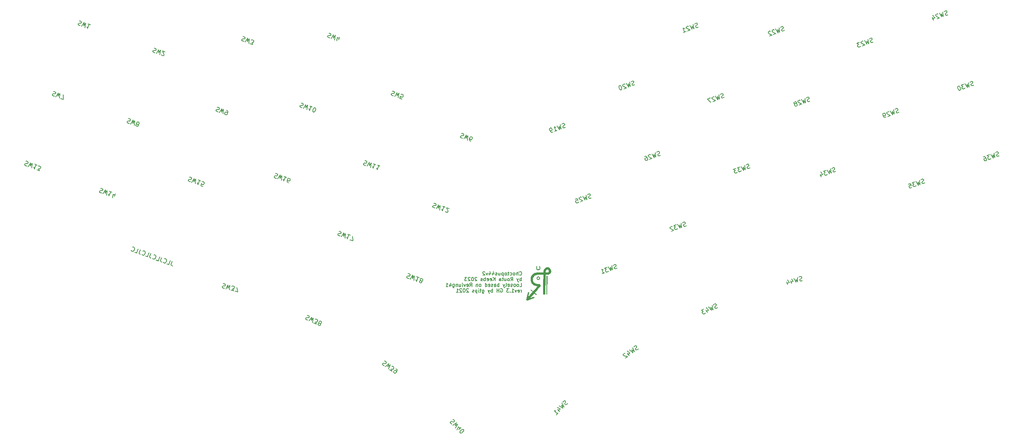
<source format=gbo>
G04 #@! TF.GenerationSoftware,KiCad,Pcbnew,(6.0.0)*
G04 #@! TF.CreationDate,2023-05-15T23:43:54+03:00*
G04 #@! TF.ProjectId,choctopus44-top-plate,63686f63-746f-4707-9573-34342d746f70,2.0*
G04 #@! TF.SameCoordinates,Original*
G04 #@! TF.FileFunction,Legend,Bot*
G04 #@! TF.FilePolarity,Positive*
%FSLAX46Y46*%
G04 Gerber Fmt 4.6, Leading zero omitted, Abs format (unit mm)*
G04 Created by KiCad (PCBNEW (6.0.0)) date 2023-05-15 23:43:54*
%MOMM*%
%LPD*%
G01*
G04 APERTURE LIST*
%ADD10C,0.200000*%
%ADD11C,0.150000*%
%ADD12C,0.787400*%
%ADD13C,3.800000*%
G04 APERTURE END LIST*
D10*
X74227781Y-113665213D02*
X73983481Y-114336422D01*
X73979368Y-114486951D01*
X74036290Y-114609019D01*
X74154245Y-114702626D01*
X74243739Y-114735199D01*
X72990816Y-114279172D02*
X73438288Y-114442039D01*
X73780309Y-113502347D01*
X72173191Y-113880231D02*
X72201652Y-113941265D01*
X72319607Y-114034872D01*
X72409101Y-114067446D01*
X72559630Y-114071558D01*
X72681698Y-114014637D01*
X72759018Y-113941429D01*
X72868912Y-113778727D01*
X72917772Y-113644485D01*
X72938172Y-113449209D01*
X72925998Y-113343428D01*
X72869077Y-113221360D01*
X72751121Y-113127753D01*
X72661627Y-113095180D01*
X72511098Y-113091067D01*
X72450064Y-113119528D01*
X71811429Y-112785733D02*
X71567129Y-113456942D01*
X71563016Y-113607470D01*
X71619937Y-113729538D01*
X71737892Y-113823146D01*
X71827387Y-113855719D01*
X70574463Y-113399692D02*
X71021936Y-113562559D01*
X71363956Y-112622866D01*
X69756839Y-113000751D02*
X69785299Y-113061785D01*
X69903254Y-113155392D01*
X69992749Y-113187965D01*
X70143277Y-113192078D01*
X70265345Y-113135157D01*
X70342666Y-113061949D01*
X70452560Y-112899247D01*
X70501420Y-112765005D01*
X70521819Y-112569729D01*
X70509645Y-112463948D01*
X70452724Y-112341880D01*
X70334769Y-112248273D01*
X70245274Y-112215699D01*
X70094746Y-112211587D01*
X70033712Y-112240047D01*
X69395076Y-111906253D02*
X69150776Y-112577462D01*
X69146663Y-112727990D01*
X69203585Y-112850058D01*
X69321540Y-112943665D01*
X69411034Y-112976239D01*
X68158111Y-112520212D02*
X68605583Y-112683078D01*
X68947604Y-111743386D01*
X67340486Y-112121270D02*
X67368947Y-112182304D01*
X67486902Y-112275912D01*
X67576396Y-112308485D01*
X67726925Y-112312598D01*
X67848993Y-112255676D01*
X67926313Y-112182469D01*
X68036207Y-112019766D01*
X68085067Y-111885524D01*
X68105467Y-111690249D01*
X68093293Y-111584467D01*
X68036372Y-111462400D01*
X67918416Y-111368792D01*
X67828922Y-111336219D01*
X67678393Y-111332106D01*
X67617360Y-111360567D01*
X66978724Y-111026772D02*
X66734424Y-111697981D01*
X66730311Y-111848510D01*
X66787232Y-111970578D01*
X66905187Y-112064185D01*
X66994682Y-112096758D01*
X65741758Y-111640731D02*
X66189231Y-111803598D01*
X66531251Y-110863905D01*
X64924134Y-111241790D02*
X64952594Y-111302824D01*
X65070549Y-111396431D01*
X65160044Y-111429005D01*
X65310572Y-111433117D01*
X65432640Y-111376196D01*
X65509961Y-111302988D01*
X65619855Y-111140286D01*
X65668715Y-111006044D01*
X65689114Y-110810768D01*
X65676940Y-110704987D01*
X65620019Y-110582919D01*
X65502064Y-110489312D01*
X65412569Y-110456739D01*
X65262041Y-110452626D01*
X65201007Y-110481086D01*
D11*
X152754880Y-116753714D02*
X152792976Y-116791809D01*
X152907261Y-116829904D01*
X152983452Y-116829904D01*
X153097738Y-116791809D01*
X153173928Y-116715619D01*
X153212023Y-116639428D01*
X153250119Y-116487047D01*
X153250119Y-116372761D01*
X153212023Y-116220380D01*
X153173928Y-116144190D01*
X153097738Y-116068000D01*
X152983452Y-116029904D01*
X152907261Y-116029904D01*
X152792976Y-116068000D01*
X152754880Y-116106095D01*
X152412023Y-116829904D02*
X152412023Y-116029904D01*
X152069166Y-116829904D02*
X152069166Y-116410857D01*
X152107261Y-116334666D01*
X152183452Y-116296571D01*
X152297738Y-116296571D01*
X152373928Y-116334666D01*
X152412023Y-116372761D01*
X151573928Y-116829904D02*
X151650119Y-116791809D01*
X151688214Y-116753714D01*
X151726309Y-116677523D01*
X151726309Y-116448952D01*
X151688214Y-116372761D01*
X151650119Y-116334666D01*
X151573928Y-116296571D01*
X151459642Y-116296571D01*
X151383452Y-116334666D01*
X151345357Y-116372761D01*
X151307261Y-116448952D01*
X151307261Y-116677523D01*
X151345357Y-116753714D01*
X151383452Y-116791809D01*
X151459642Y-116829904D01*
X151573928Y-116829904D01*
X150621547Y-116791809D02*
X150697738Y-116829904D01*
X150850119Y-116829904D01*
X150926309Y-116791809D01*
X150964404Y-116753714D01*
X151002500Y-116677523D01*
X151002500Y-116448952D01*
X150964404Y-116372761D01*
X150926309Y-116334666D01*
X150850119Y-116296571D01*
X150697738Y-116296571D01*
X150621547Y-116334666D01*
X150392976Y-116296571D02*
X150088214Y-116296571D01*
X150278690Y-116029904D02*
X150278690Y-116715619D01*
X150240595Y-116791809D01*
X150164404Y-116829904D01*
X150088214Y-116829904D01*
X149707261Y-116829904D02*
X149783452Y-116791809D01*
X149821547Y-116753714D01*
X149859642Y-116677523D01*
X149859642Y-116448952D01*
X149821547Y-116372761D01*
X149783452Y-116334666D01*
X149707261Y-116296571D01*
X149592976Y-116296571D01*
X149516785Y-116334666D01*
X149478690Y-116372761D01*
X149440595Y-116448952D01*
X149440595Y-116677523D01*
X149478690Y-116753714D01*
X149516785Y-116791809D01*
X149592976Y-116829904D01*
X149707261Y-116829904D01*
X149097738Y-116296571D02*
X149097738Y-117096571D01*
X149097738Y-116334666D02*
X149021547Y-116296571D01*
X148869166Y-116296571D01*
X148792976Y-116334666D01*
X148754880Y-116372761D01*
X148716785Y-116448952D01*
X148716785Y-116677523D01*
X148754880Y-116753714D01*
X148792976Y-116791809D01*
X148869166Y-116829904D01*
X149021547Y-116829904D01*
X149097738Y-116791809D01*
X148031071Y-116296571D02*
X148031071Y-116829904D01*
X148373928Y-116296571D02*
X148373928Y-116715619D01*
X148335833Y-116791809D01*
X148259642Y-116829904D01*
X148145357Y-116829904D01*
X148069166Y-116791809D01*
X148031071Y-116753714D01*
X147688214Y-116791809D02*
X147612023Y-116829904D01*
X147459642Y-116829904D01*
X147383452Y-116791809D01*
X147345357Y-116715619D01*
X147345357Y-116677523D01*
X147383452Y-116601333D01*
X147459642Y-116563238D01*
X147573928Y-116563238D01*
X147650119Y-116525142D01*
X147688214Y-116448952D01*
X147688214Y-116410857D01*
X147650119Y-116334666D01*
X147573928Y-116296571D01*
X147459642Y-116296571D01*
X147383452Y-116334666D01*
X146659642Y-116296571D02*
X146659642Y-116829904D01*
X146850119Y-115991809D02*
X147040595Y-116563238D01*
X146545357Y-116563238D01*
X145897738Y-116296571D02*
X145897738Y-116829904D01*
X146088214Y-115991809D02*
X146278690Y-116563238D01*
X145783452Y-116563238D01*
X145554880Y-116296571D02*
X145364404Y-116829904D01*
X145173928Y-116296571D01*
X144907261Y-116106095D02*
X144869166Y-116068000D01*
X144792976Y-116029904D01*
X144602500Y-116029904D01*
X144526309Y-116068000D01*
X144488214Y-116106095D01*
X144450119Y-116182285D01*
X144450119Y-116258476D01*
X144488214Y-116372761D01*
X144945357Y-116829904D01*
X144450119Y-116829904D01*
X153212023Y-118117904D02*
X153212023Y-117317904D01*
X153212023Y-117622666D02*
X153135833Y-117584571D01*
X152983452Y-117584571D01*
X152907261Y-117622666D01*
X152869166Y-117660761D01*
X152831071Y-117736952D01*
X152831071Y-117965523D01*
X152869166Y-118041714D01*
X152907261Y-118079809D01*
X152983452Y-118117904D01*
X153135833Y-118117904D01*
X153212023Y-118079809D01*
X152564404Y-117584571D02*
X152373928Y-118117904D01*
X152183452Y-117584571D02*
X152373928Y-118117904D01*
X152450119Y-118308380D01*
X152488214Y-118346476D01*
X152564404Y-118384571D01*
X150812023Y-118117904D02*
X151078690Y-117736952D01*
X151269166Y-118117904D02*
X151269166Y-117317904D01*
X150964404Y-117317904D01*
X150888214Y-117356000D01*
X150850119Y-117394095D01*
X150812023Y-117470285D01*
X150812023Y-117584571D01*
X150850119Y-117660761D01*
X150888214Y-117698857D01*
X150964404Y-117736952D01*
X151269166Y-117736952D01*
X150354880Y-118117904D02*
X150431071Y-118079809D01*
X150469166Y-118041714D01*
X150507261Y-117965523D01*
X150507261Y-117736952D01*
X150469166Y-117660761D01*
X150431071Y-117622666D01*
X150354880Y-117584571D01*
X150240595Y-117584571D01*
X150164404Y-117622666D01*
X150126309Y-117660761D01*
X150088214Y-117736952D01*
X150088214Y-117965523D01*
X150126309Y-118041714D01*
X150164404Y-118079809D01*
X150240595Y-118117904D01*
X150354880Y-118117904D01*
X149402500Y-117584571D02*
X149402500Y-118117904D01*
X149745357Y-117584571D02*
X149745357Y-118003619D01*
X149707261Y-118079809D01*
X149631071Y-118117904D01*
X149516785Y-118117904D01*
X149440595Y-118079809D01*
X149402500Y-118041714D01*
X149135833Y-117584571D02*
X148831071Y-117584571D01*
X149021547Y-117317904D02*
X149021547Y-118003619D01*
X148983452Y-118079809D01*
X148907261Y-118117904D01*
X148831071Y-118117904D01*
X148221547Y-118117904D02*
X148221547Y-117698857D01*
X148259642Y-117622666D01*
X148335833Y-117584571D01*
X148488214Y-117584571D01*
X148564404Y-117622666D01*
X148221547Y-118079809D02*
X148297738Y-118117904D01*
X148488214Y-118117904D01*
X148564404Y-118079809D01*
X148602500Y-118003619D01*
X148602500Y-117927428D01*
X148564404Y-117851238D01*
X148488214Y-117813142D01*
X148297738Y-117813142D01*
X148221547Y-117775047D01*
X147231071Y-118117904D02*
X147231071Y-117317904D01*
X146773928Y-118117904D02*
X147116785Y-117660761D01*
X146773928Y-117317904D02*
X147231071Y-117775047D01*
X146126309Y-118079809D02*
X146202500Y-118117904D01*
X146354880Y-118117904D01*
X146431071Y-118079809D01*
X146469166Y-118003619D01*
X146469166Y-117698857D01*
X146431071Y-117622666D01*
X146354880Y-117584571D01*
X146202500Y-117584571D01*
X146126309Y-117622666D01*
X146088214Y-117698857D01*
X146088214Y-117775047D01*
X146469166Y-117851238D01*
X145440595Y-118079809D02*
X145516785Y-118117904D01*
X145669166Y-118117904D01*
X145745357Y-118079809D01*
X145783452Y-118003619D01*
X145783452Y-117698857D01*
X145745357Y-117622666D01*
X145669166Y-117584571D01*
X145516785Y-117584571D01*
X145440595Y-117622666D01*
X145402500Y-117698857D01*
X145402500Y-117775047D01*
X145783452Y-117851238D01*
X145059642Y-118117904D02*
X145059642Y-117317904D01*
X145059642Y-117622666D02*
X144983452Y-117584571D01*
X144831071Y-117584571D01*
X144754880Y-117622666D01*
X144716785Y-117660761D01*
X144678690Y-117736952D01*
X144678690Y-117965523D01*
X144716785Y-118041714D01*
X144754880Y-118079809D01*
X144831071Y-118117904D01*
X144983452Y-118117904D01*
X145059642Y-118079809D01*
X144373928Y-118079809D02*
X144297738Y-118117904D01*
X144145357Y-118117904D01*
X144069166Y-118079809D01*
X144031071Y-118003619D01*
X144031071Y-117965523D01*
X144069166Y-117889333D01*
X144145357Y-117851238D01*
X144259642Y-117851238D01*
X144335833Y-117813142D01*
X144373928Y-117736952D01*
X144373928Y-117698857D01*
X144335833Y-117622666D01*
X144259642Y-117584571D01*
X144145357Y-117584571D01*
X144069166Y-117622666D01*
X143116785Y-117394095D02*
X143078690Y-117356000D01*
X143002500Y-117317904D01*
X142812023Y-117317904D01*
X142735833Y-117356000D01*
X142697738Y-117394095D01*
X142659642Y-117470285D01*
X142659642Y-117546476D01*
X142697738Y-117660761D01*
X143154880Y-118117904D01*
X142659642Y-118117904D01*
X142164404Y-117317904D02*
X142088214Y-117317904D01*
X142012023Y-117356000D01*
X141973928Y-117394095D01*
X141935833Y-117470285D01*
X141897738Y-117622666D01*
X141897738Y-117813142D01*
X141935833Y-117965523D01*
X141973928Y-118041714D01*
X142012023Y-118079809D01*
X142088214Y-118117904D01*
X142164404Y-118117904D01*
X142240595Y-118079809D01*
X142278690Y-118041714D01*
X142316785Y-117965523D01*
X142354880Y-117813142D01*
X142354880Y-117622666D01*
X142316785Y-117470285D01*
X142278690Y-117394095D01*
X142240595Y-117356000D01*
X142164404Y-117317904D01*
X141592976Y-117394095D02*
X141554880Y-117356000D01*
X141478690Y-117317904D01*
X141288214Y-117317904D01*
X141212023Y-117356000D01*
X141173928Y-117394095D01*
X141135833Y-117470285D01*
X141135833Y-117546476D01*
X141173928Y-117660761D01*
X141631071Y-118117904D01*
X141135833Y-118117904D01*
X140869166Y-117317904D02*
X140373928Y-117317904D01*
X140640595Y-117622666D01*
X140526309Y-117622666D01*
X140450119Y-117660761D01*
X140412023Y-117698857D01*
X140373928Y-117775047D01*
X140373928Y-117965523D01*
X140412023Y-118041714D01*
X140450119Y-118079809D01*
X140526309Y-118117904D01*
X140754880Y-118117904D01*
X140831071Y-118079809D01*
X140869166Y-118041714D01*
X152831071Y-119405904D02*
X153212023Y-119405904D01*
X153212023Y-118605904D01*
X152450119Y-119405904D02*
X152526309Y-119367809D01*
X152564404Y-119329714D01*
X152602500Y-119253523D01*
X152602500Y-119024952D01*
X152564404Y-118948761D01*
X152526309Y-118910666D01*
X152450119Y-118872571D01*
X152335833Y-118872571D01*
X152259642Y-118910666D01*
X152221547Y-118948761D01*
X152183452Y-119024952D01*
X152183452Y-119253523D01*
X152221547Y-119329714D01*
X152259642Y-119367809D01*
X152335833Y-119405904D01*
X152450119Y-119405904D01*
X151726309Y-119405904D02*
X151802500Y-119367809D01*
X151840595Y-119329714D01*
X151878690Y-119253523D01*
X151878690Y-119024952D01*
X151840595Y-118948761D01*
X151802500Y-118910666D01*
X151726309Y-118872571D01*
X151612023Y-118872571D01*
X151535833Y-118910666D01*
X151497738Y-118948761D01*
X151459642Y-119024952D01*
X151459642Y-119253523D01*
X151497738Y-119329714D01*
X151535833Y-119367809D01*
X151612023Y-119405904D01*
X151726309Y-119405904D01*
X151154880Y-119367809D02*
X151078690Y-119405904D01*
X150926309Y-119405904D01*
X150850119Y-119367809D01*
X150812023Y-119291619D01*
X150812023Y-119253523D01*
X150850119Y-119177333D01*
X150926309Y-119139238D01*
X151040595Y-119139238D01*
X151116785Y-119101142D01*
X151154880Y-119024952D01*
X151154880Y-118986857D01*
X151116785Y-118910666D01*
X151040595Y-118872571D01*
X150926309Y-118872571D01*
X150850119Y-118910666D01*
X150164404Y-119367809D02*
X150240595Y-119405904D01*
X150392976Y-119405904D01*
X150469166Y-119367809D01*
X150507261Y-119291619D01*
X150507261Y-118986857D01*
X150469166Y-118910666D01*
X150392976Y-118872571D01*
X150240595Y-118872571D01*
X150164404Y-118910666D01*
X150126309Y-118986857D01*
X150126309Y-119063047D01*
X150507261Y-119139238D01*
X149669166Y-119405904D02*
X149745357Y-119367809D01*
X149783452Y-119291619D01*
X149783452Y-118605904D01*
X149440595Y-118872571D02*
X149250119Y-119405904D01*
X149059642Y-118872571D02*
X149250119Y-119405904D01*
X149326309Y-119596380D01*
X149364404Y-119634476D01*
X149440595Y-119672571D01*
X148145357Y-119405904D02*
X148145357Y-118605904D01*
X148145357Y-118910666D02*
X148069166Y-118872571D01*
X147916785Y-118872571D01*
X147840595Y-118910666D01*
X147802500Y-118948761D01*
X147764404Y-119024952D01*
X147764404Y-119253523D01*
X147802500Y-119329714D01*
X147840595Y-119367809D01*
X147916785Y-119405904D01*
X148069166Y-119405904D01*
X148145357Y-119367809D01*
X147078690Y-119405904D02*
X147078690Y-118986857D01*
X147116785Y-118910666D01*
X147192976Y-118872571D01*
X147345357Y-118872571D01*
X147421547Y-118910666D01*
X147078690Y-119367809D02*
X147154880Y-119405904D01*
X147345357Y-119405904D01*
X147421547Y-119367809D01*
X147459642Y-119291619D01*
X147459642Y-119215428D01*
X147421547Y-119139238D01*
X147345357Y-119101142D01*
X147154880Y-119101142D01*
X147078690Y-119063047D01*
X146735833Y-119367809D02*
X146659642Y-119405904D01*
X146507261Y-119405904D01*
X146431071Y-119367809D01*
X146392976Y-119291619D01*
X146392976Y-119253523D01*
X146431071Y-119177333D01*
X146507261Y-119139238D01*
X146621547Y-119139238D01*
X146697738Y-119101142D01*
X146735833Y-119024952D01*
X146735833Y-118986857D01*
X146697738Y-118910666D01*
X146621547Y-118872571D01*
X146507261Y-118872571D01*
X146431071Y-118910666D01*
X145745357Y-119367809D02*
X145821547Y-119405904D01*
X145973928Y-119405904D01*
X146050119Y-119367809D01*
X146088214Y-119291619D01*
X146088214Y-118986857D01*
X146050119Y-118910666D01*
X145973928Y-118872571D01*
X145821547Y-118872571D01*
X145745357Y-118910666D01*
X145707261Y-118986857D01*
X145707261Y-119063047D01*
X146088214Y-119139238D01*
X145021547Y-119405904D02*
X145021547Y-118605904D01*
X145021547Y-119367809D02*
X145097738Y-119405904D01*
X145250119Y-119405904D01*
X145326309Y-119367809D01*
X145364404Y-119329714D01*
X145402500Y-119253523D01*
X145402500Y-119024952D01*
X145364404Y-118948761D01*
X145326309Y-118910666D01*
X145250119Y-118872571D01*
X145097738Y-118872571D01*
X145021547Y-118910666D01*
X143916785Y-119405904D02*
X143992976Y-119367809D01*
X144031071Y-119329714D01*
X144069166Y-119253523D01*
X144069166Y-119024952D01*
X144031071Y-118948761D01*
X143992976Y-118910666D01*
X143916785Y-118872571D01*
X143802500Y-118872571D01*
X143726309Y-118910666D01*
X143688214Y-118948761D01*
X143650119Y-119024952D01*
X143650119Y-119253523D01*
X143688214Y-119329714D01*
X143726309Y-119367809D01*
X143802500Y-119405904D01*
X143916785Y-119405904D01*
X143307261Y-118872571D02*
X143307261Y-119405904D01*
X143307261Y-118948761D02*
X143269166Y-118910666D01*
X143192976Y-118872571D01*
X143078690Y-118872571D01*
X143002500Y-118910666D01*
X142964404Y-118986857D01*
X142964404Y-119405904D01*
X141516785Y-119405904D02*
X141783452Y-119024952D01*
X141973928Y-119405904D02*
X141973928Y-118605904D01*
X141669166Y-118605904D01*
X141592976Y-118644000D01*
X141554880Y-118682095D01*
X141516785Y-118758285D01*
X141516785Y-118872571D01*
X141554880Y-118948761D01*
X141592976Y-118986857D01*
X141669166Y-119024952D01*
X141973928Y-119024952D01*
X140869166Y-119367809D02*
X140945357Y-119405904D01*
X141097738Y-119405904D01*
X141173928Y-119367809D01*
X141212023Y-119291619D01*
X141212023Y-118986857D01*
X141173928Y-118910666D01*
X141097738Y-118872571D01*
X140945357Y-118872571D01*
X140869166Y-118910666D01*
X140831071Y-118986857D01*
X140831071Y-119063047D01*
X141212023Y-119139238D01*
X140564404Y-118872571D02*
X140373928Y-119405904D01*
X140183452Y-118872571D01*
X139878690Y-119405904D02*
X139878690Y-118872571D01*
X139878690Y-118605904D02*
X139916785Y-118644000D01*
X139878690Y-118682095D01*
X139840595Y-118644000D01*
X139878690Y-118605904D01*
X139878690Y-118682095D01*
X139154880Y-118872571D02*
X139154880Y-119405904D01*
X139497738Y-118872571D02*
X139497738Y-119291619D01*
X139459642Y-119367809D01*
X139383452Y-119405904D01*
X139269166Y-119405904D01*
X139192976Y-119367809D01*
X139154880Y-119329714D01*
X138773928Y-118872571D02*
X138773928Y-119405904D01*
X138773928Y-118948761D02*
X138735833Y-118910666D01*
X138659642Y-118872571D01*
X138545357Y-118872571D01*
X138469166Y-118910666D01*
X138431071Y-118986857D01*
X138431071Y-119405904D01*
X137707261Y-118872571D02*
X137707261Y-119520190D01*
X137745357Y-119596380D01*
X137783452Y-119634476D01*
X137859642Y-119672571D01*
X137973928Y-119672571D01*
X138050119Y-119634476D01*
X137707261Y-119367809D02*
X137783452Y-119405904D01*
X137935833Y-119405904D01*
X138012023Y-119367809D01*
X138050119Y-119329714D01*
X138088214Y-119253523D01*
X138088214Y-119024952D01*
X138050119Y-118948761D01*
X138012023Y-118910666D01*
X137935833Y-118872571D01*
X137783452Y-118872571D01*
X137707261Y-118910666D01*
X136983452Y-118872571D02*
X136983452Y-119405904D01*
X137173928Y-118567809D02*
X137364404Y-119139238D01*
X136869166Y-119139238D01*
X136145357Y-119405904D02*
X136602500Y-119405904D01*
X136373928Y-119405904D02*
X136373928Y-118605904D01*
X136450119Y-118720190D01*
X136526309Y-118796380D01*
X136602500Y-118834476D01*
X153212023Y-120693904D02*
X153212023Y-120160571D01*
X153212023Y-120312952D02*
X153173928Y-120236761D01*
X153135833Y-120198666D01*
X153059642Y-120160571D01*
X152983452Y-120160571D01*
X152412023Y-120655809D02*
X152488214Y-120693904D01*
X152640595Y-120693904D01*
X152716785Y-120655809D01*
X152754880Y-120579619D01*
X152754880Y-120274857D01*
X152716785Y-120198666D01*
X152640595Y-120160571D01*
X152488214Y-120160571D01*
X152412023Y-120198666D01*
X152373928Y-120274857D01*
X152373928Y-120351047D01*
X152754880Y-120427238D01*
X152107261Y-120160571D02*
X151916785Y-120693904D01*
X151726309Y-120160571D01*
X151002500Y-120693904D02*
X151459642Y-120693904D01*
X151231071Y-120693904D02*
X151231071Y-119893904D01*
X151307261Y-120008190D01*
X151383452Y-120084380D01*
X151459642Y-120122476D01*
X150659642Y-120617714D02*
X150621547Y-120655809D01*
X150659642Y-120693904D01*
X150697738Y-120655809D01*
X150659642Y-120617714D01*
X150659642Y-120693904D01*
X150354880Y-119893904D02*
X149859642Y-119893904D01*
X150126309Y-120198666D01*
X150012023Y-120198666D01*
X149935833Y-120236761D01*
X149897738Y-120274857D01*
X149859642Y-120351047D01*
X149859642Y-120541523D01*
X149897738Y-120617714D01*
X149935833Y-120655809D01*
X150012023Y-120693904D01*
X150240595Y-120693904D01*
X150316785Y-120655809D01*
X150354880Y-120617714D01*
X148488214Y-119932000D02*
X148564404Y-119893904D01*
X148678690Y-119893904D01*
X148792976Y-119932000D01*
X148869166Y-120008190D01*
X148907261Y-120084380D01*
X148945357Y-120236761D01*
X148945357Y-120351047D01*
X148907261Y-120503428D01*
X148869166Y-120579619D01*
X148792976Y-120655809D01*
X148678690Y-120693904D01*
X148602500Y-120693904D01*
X148488214Y-120655809D01*
X148450119Y-120617714D01*
X148450119Y-120351047D01*
X148602500Y-120351047D01*
X148107261Y-120693904D02*
X148107261Y-119893904D01*
X148107261Y-120274857D02*
X147650119Y-120274857D01*
X147650119Y-120693904D02*
X147650119Y-119893904D01*
X146659642Y-120693904D02*
X146659642Y-119893904D01*
X146659642Y-120198666D02*
X146583452Y-120160571D01*
X146431071Y-120160571D01*
X146354880Y-120198666D01*
X146316785Y-120236761D01*
X146278690Y-120312952D01*
X146278690Y-120541523D01*
X146316785Y-120617714D01*
X146354880Y-120655809D01*
X146431071Y-120693904D01*
X146583452Y-120693904D01*
X146659642Y-120655809D01*
X146012023Y-120160571D02*
X145821547Y-120693904D01*
X145631071Y-120160571D02*
X145821547Y-120693904D01*
X145897738Y-120884380D01*
X145935833Y-120922476D01*
X146012023Y-120960571D01*
X144373928Y-120160571D02*
X144373928Y-120808190D01*
X144412023Y-120884380D01*
X144450119Y-120922476D01*
X144526309Y-120960571D01*
X144640595Y-120960571D01*
X144716785Y-120922476D01*
X144373928Y-120655809D02*
X144450119Y-120693904D01*
X144602500Y-120693904D01*
X144678690Y-120655809D01*
X144716785Y-120617714D01*
X144754880Y-120541523D01*
X144754880Y-120312952D01*
X144716785Y-120236761D01*
X144678690Y-120198666D01*
X144602500Y-120160571D01*
X144450119Y-120160571D01*
X144373928Y-120198666D01*
X144107261Y-120160571D02*
X143802500Y-120160571D01*
X143992976Y-119893904D02*
X143992976Y-120579619D01*
X143954880Y-120655809D01*
X143878690Y-120693904D01*
X143802500Y-120693904D01*
X143535833Y-120693904D02*
X143535833Y-120160571D01*
X143535833Y-119893904D02*
X143573928Y-119932000D01*
X143535833Y-119970095D01*
X143497738Y-119932000D01*
X143535833Y-119893904D01*
X143535833Y-119970095D01*
X143154880Y-120160571D02*
X143154880Y-120960571D01*
X143154880Y-120198666D02*
X143078690Y-120160571D01*
X142926309Y-120160571D01*
X142850119Y-120198666D01*
X142812023Y-120236761D01*
X142773928Y-120312952D01*
X142773928Y-120541523D01*
X142812023Y-120617714D01*
X142850119Y-120655809D01*
X142926309Y-120693904D01*
X143078690Y-120693904D01*
X143154880Y-120655809D01*
X142469166Y-120655809D02*
X142392976Y-120693904D01*
X142240595Y-120693904D01*
X142164404Y-120655809D01*
X142126309Y-120579619D01*
X142126309Y-120541523D01*
X142164404Y-120465333D01*
X142240595Y-120427238D01*
X142354880Y-120427238D01*
X142431071Y-120389142D01*
X142469166Y-120312952D01*
X142469166Y-120274857D01*
X142431071Y-120198666D01*
X142354880Y-120160571D01*
X142240595Y-120160571D01*
X142164404Y-120198666D01*
X141212023Y-119970095D02*
X141173928Y-119932000D01*
X141097738Y-119893904D01*
X140907261Y-119893904D01*
X140831071Y-119932000D01*
X140792976Y-119970095D01*
X140754880Y-120046285D01*
X140754880Y-120122476D01*
X140792976Y-120236761D01*
X141250119Y-120693904D01*
X140754880Y-120693904D01*
X140259642Y-119893904D02*
X140183452Y-119893904D01*
X140107261Y-119932000D01*
X140069166Y-119970095D01*
X140031071Y-120046285D01*
X139992976Y-120198666D01*
X139992976Y-120389142D01*
X140031071Y-120541523D01*
X140069166Y-120617714D01*
X140107261Y-120655809D01*
X140183452Y-120693904D01*
X140259642Y-120693904D01*
X140335833Y-120655809D01*
X140373928Y-120617714D01*
X140412023Y-120541523D01*
X140450119Y-120389142D01*
X140450119Y-120198666D01*
X140412023Y-120046285D01*
X140373928Y-119970095D01*
X140335833Y-119932000D01*
X140259642Y-119893904D01*
X139688214Y-119970095D02*
X139650119Y-119932000D01*
X139573928Y-119893904D01*
X139383452Y-119893904D01*
X139307261Y-119932000D01*
X139269166Y-119970095D01*
X139231071Y-120046285D01*
X139231071Y-120122476D01*
X139269166Y-120236761D01*
X139726309Y-120693904D01*
X139231071Y-120693904D01*
X138469166Y-120693904D02*
X138926309Y-120693904D01*
X138697738Y-120693904D02*
X138697738Y-119893904D01*
X138773928Y-120008190D01*
X138850119Y-120084380D01*
X138926309Y-120122476D01*
X109631141Y-62012691D02*
X109781669Y-62016804D01*
X110005406Y-62098237D01*
X110078613Y-62175558D01*
X110107074Y-62236592D01*
X110119248Y-62342373D01*
X110086675Y-62431867D01*
X110009354Y-62505075D01*
X109948320Y-62533536D01*
X109842539Y-62545710D01*
X109647263Y-62525310D01*
X109541482Y-62537484D01*
X109480448Y-62565945D01*
X109403127Y-62639153D01*
X109370554Y-62728647D01*
X109382728Y-62834428D01*
X109411188Y-62895462D01*
X109484396Y-62972783D01*
X109708133Y-63054216D01*
X109858661Y-63058329D01*
X110155605Y-63217083D02*
X110721362Y-62358824D01*
X110656051Y-63095179D01*
X111079340Y-62489117D01*
X110961056Y-63510243D01*
X111835766Y-63473886D02*
X112063780Y-62847424D01*
X111481737Y-63750430D02*
X111502300Y-62997788D01*
X112084015Y-63209515D01*
X85730667Y-118766502D02*
X85880981Y-118757480D01*
X86110963Y-118819104D01*
X86190631Y-118889749D01*
X86224303Y-118948071D01*
X86245650Y-119052388D01*
X86221001Y-119144381D01*
X86150355Y-119224049D01*
X86092034Y-119257721D01*
X85987716Y-119279068D01*
X85791406Y-119275766D01*
X85687088Y-119297113D01*
X85628767Y-119330785D01*
X85558121Y-119410453D01*
X85533471Y-119502446D01*
X85554818Y-119606763D01*
X85588490Y-119665085D01*
X85668158Y-119735731D01*
X85898141Y-119797354D01*
X86048455Y-119788332D01*
X86358105Y-119920601D02*
X86846907Y-119016299D01*
X86846022Y-119755545D01*
X87214878Y-119114897D01*
X87186042Y-120142446D01*
X87462021Y-120216394D02*
X88059975Y-120376616D01*
X87836597Y-119922371D01*
X87974587Y-119959345D01*
X88078904Y-119937998D01*
X88137225Y-119904326D01*
X88207871Y-119824658D01*
X88269495Y-119594676D01*
X88248148Y-119490358D01*
X88214476Y-119432037D01*
X88134808Y-119361391D01*
X87858829Y-119287443D01*
X87754511Y-119308790D01*
X87696190Y-119342462D01*
X88381950Y-120462889D02*
X89025901Y-120635435D01*
X88870751Y-119558587D01*
X124019590Y-75109683D02*
X124170118Y-75113796D01*
X124393855Y-75195229D01*
X124467062Y-75272550D01*
X124495523Y-75333584D01*
X124507697Y-75439365D01*
X124475124Y-75528859D01*
X124397803Y-75602067D01*
X124336769Y-75630528D01*
X124230988Y-75642702D01*
X124035712Y-75622302D01*
X123929931Y-75634476D01*
X123868897Y-75662937D01*
X123791576Y-75736145D01*
X123759003Y-75825639D01*
X123771177Y-75931420D01*
X123799637Y-75992454D01*
X123872845Y-76069775D01*
X124096582Y-76151208D01*
X124247110Y-76155321D01*
X124544054Y-76314075D02*
X125109811Y-75455816D01*
X125044500Y-76192171D01*
X125467789Y-75586109D01*
X125349505Y-76607235D01*
X126154956Y-76900395D02*
X125707483Y-76737529D01*
X125825603Y-76273769D01*
X125854063Y-76334803D01*
X125927271Y-76412124D01*
X126151008Y-76493557D01*
X126256789Y-76481383D01*
X126317823Y-76452923D01*
X126395143Y-76379715D01*
X126476577Y-76155978D01*
X126464403Y-76050197D01*
X126435942Y-75989163D01*
X126362734Y-75911843D01*
X126138998Y-75830409D01*
X126033217Y-75842583D01*
X125972183Y-75871044D01*
X163639515Y-145837508D02*
X163572171Y-145972195D01*
X163403813Y-146140554D01*
X163302797Y-146174225D01*
X163235454Y-146174225D01*
X163134439Y-146140554D01*
X163067095Y-146073210D01*
X163033423Y-145972195D01*
X163033423Y-145904851D01*
X163067095Y-145803836D01*
X163168110Y-145635477D01*
X163201782Y-145534462D01*
X163201782Y-145467119D01*
X163168110Y-145366103D01*
X163100767Y-145298760D01*
X162999752Y-145265088D01*
X162932408Y-145265088D01*
X162831393Y-145298760D01*
X162663034Y-145467119D01*
X162595691Y-145601806D01*
X162326317Y-145803836D02*
X162865065Y-146679302D01*
X162225301Y-146308912D01*
X162595691Y-146948676D01*
X161720225Y-146409928D01*
X161383508Y-147218050D02*
X161854912Y-147689454D01*
X161282492Y-146780317D02*
X161955927Y-147117034D01*
X161518195Y-147554767D01*
X161114134Y-148430233D02*
X161518195Y-148026172D01*
X161316164Y-148228202D02*
X160609057Y-147521095D01*
X160777416Y-147554767D01*
X160912103Y-147554767D01*
X161013118Y-147521095D01*
X204879668Y-92507516D02*
X204761713Y-92601123D01*
X204537977Y-92682556D01*
X204432196Y-92670382D01*
X204371162Y-92641922D01*
X204293841Y-92568714D01*
X204261268Y-92479219D01*
X204273442Y-92373438D01*
X204301902Y-92312404D01*
X204375110Y-92235084D01*
X204537813Y-92125190D01*
X204611020Y-92047869D01*
X204639481Y-91986835D01*
X204651655Y-91881054D01*
X204619082Y-91791559D01*
X204541761Y-91718352D01*
X204480727Y-91689891D01*
X204374946Y-91677717D01*
X204151210Y-91759150D01*
X204033254Y-91852758D01*
X203703737Y-91922017D02*
X203822021Y-92943143D01*
X203398731Y-92337081D01*
X203464043Y-93073437D01*
X202898286Y-92215177D01*
X202629802Y-92312897D02*
X202048088Y-92524624D01*
X202491612Y-92768595D01*
X202357370Y-92817455D01*
X202284163Y-92894776D01*
X202255702Y-92955810D01*
X202243528Y-93061591D01*
X202324961Y-93285328D01*
X202402282Y-93358535D01*
X202463316Y-93386996D01*
X202569097Y-93399170D01*
X202837581Y-93301450D01*
X202910789Y-93224129D01*
X202939249Y-93163095D01*
X201734857Y-92638631D02*
X201153143Y-92850358D01*
X201596667Y-93094329D01*
X201462425Y-93143189D01*
X201389217Y-93220510D01*
X201360757Y-93281544D01*
X201348583Y-93387325D01*
X201430016Y-93611061D01*
X201507337Y-93684269D01*
X201568371Y-93712730D01*
X201674152Y-93724903D01*
X201942635Y-93627183D01*
X202015843Y-93549863D01*
X202044304Y-93488829D01*
X178863134Y-73655734D02*
X178745179Y-73749341D01*
X178521443Y-73830774D01*
X178415662Y-73818600D01*
X178354628Y-73790140D01*
X178277307Y-73716932D01*
X178244734Y-73627437D01*
X178256908Y-73521656D01*
X178285368Y-73460622D01*
X178358576Y-73383302D01*
X178521279Y-73273408D01*
X178594486Y-73196087D01*
X178622947Y-73135053D01*
X178635121Y-73029272D01*
X178602548Y-72939777D01*
X178525227Y-72866570D01*
X178464193Y-72838109D01*
X178358412Y-72825935D01*
X178134676Y-72907368D01*
X178016720Y-73000976D01*
X177687203Y-73070235D02*
X177805487Y-74091361D01*
X177382197Y-73485299D01*
X177447509Y-74221655D01*
X176881752Y-73363395D01*
X176601094Y-73566896D02*
X176540061Y-73538436D01*
X176434279Y-73526262D01*
X176210543Y-73607695D01*
X176137335Y-73685016D01*
X176108875Y-73746050D01*
X176096701Y-73851831D01*
X176129274Y-73941326D01*
X176222881Y-74059281D01*
X176955289Y-74400808D01*
X176373574Y-74612535D01*
X175449839Y-73884569D02*
X175360345Y-73917142D01*
X175287137Y-73994463D01*
X175258676Y-74055497D01*
X175246503Y-74161278D01*
X175266902Y-74356554D01*
X175348335Y-74580290D01*
X175458229Y-74742992D01*
X175535550Y-74816200D01*
X175596584Y-74844661D01*
X175702365Y-74856835D01*
X175791860Y-74824261D01*
X175865067Y-74746941D01*
X175893528Y-74685907D01*
X175905702Y-74580126D01*
X175885303Y-74384850D01*
X175803869Y-74161114D01*
X175693975Y-73998411D01*
X175616655Y-73925203D01*
X175555621Y-73896743D01*
X175449839Y-73884569D01*
X193250983Y-60557967D02*
X193133028Y-60651574D01*
X192909292Y-60733007D01*
X192803511Y-60720833D01*
X192742477Y-60692373D01*
X192665156Y-60619165D01*
X192632583Y-60529670D01*
X192644757Y-60423889D01*
X192673217Y-60362855D01*
X192746425Y-60285535D01*
X192909128Y-60175641D01*
X192982335Y-60098320D01*
X193010796Y-60037286D01*
X193022970Y-59931505D01*
X192990397Y-59842010D01*
X192913076Y-59768803D01*
X192852042Y-59740342D01*
X192746261Y-59728168D01*
X192522525Y-59809601D01*
X192404569Y-59903209D01*
X192075052Y-59972468D02*
X192193336Y-60993594D01*
X191770046Y-60387532D01*
X191835358Y-61123888D01*
X191269601Y-60265628D01*
X190988943Y-60469129D02*
X190927910Y-60440669D01*
X190822128Y-60428495D01*
X190598392Y-60509928D01*
X190525184Y-60587249D01*
X190496724Y-60648283D01*
X190484550Y-60754064D01*
X190517123Y-60843559D01*
X190610730Y-60961514D01*
X191343138Y-61303041D01*
X190761423Y-61514768D01*
X189866478Y-61840501D02*
X190403445Y-61645061D01*
X190134961Y-61742781D02*
X189792941Y-60803088D01*
X189931296Y-60904757D01*
X190053364Y-60961678D01*
X190159145Y-60973852D01*
X232790404Y-63934968D02*
X232672449Y-64028575D01*
X232448713Y-64110008D01*
X232342932Y-64097834D01*
X232281898Y-64069374D01*
X232204577Y-63996166D01*
X232172004Y-63906671D01*
X232184178Y-63800890D01*
X232212638Y-63739856D01*
X232285846Y-63662536D01*
X232448549Y-63552642D01*
X232521756Y-63475321D01*
X232550217Y-63414287D01*
X232562391Y-63308506D01*
X232529818Y-63219011D01*
X232452497Y-63145804D01*
X232391463Y-63117343D01*
X232285682Y-63105169D01*
X232061946Y-63186602D01*
X231943990Y-63280210D01*
X231614473Y-63349469D02*
X231732757Y-64370595D01*
X231309467Y-63764533D01*
X231374779Y-64500889D01*
X230809022Y-63642629D01*
X230528364Y-63846130D02*
X230467331Y-63817670D01*
X230361549Y-63805496D01*
X230137813Y-63886929D01*
X230064605Y-63964250D01*
X230036145Y-64025284D01*
X230023971Y-64131065D01*
X230056544Y-64220560D01*
X230150151Y-64338515D01*
X230882559Y-64680042D01*
X230300844Y-64891769D01*
X229645593Y-64066083D02*
X229063879Y-64277810D01*
X229507403Y-64521781D01*
X229373161Y-64570641D01*
X229299953Y-64647962D01*
X229271493Y-64708996D01*
X229259319Y-64814777D01*
X229340752Y-65038513D01*
X229418073Y-65111721D01*
X229479107Y-65140182D01*
X229584888Y-65152355D01*
X229853371Y-65054635D01*
X229926579Y-64977315D01*
X229955040Y-64916281D01*
X139672785Y-84731580D02*
X139823313Y-84735693D01*
X140047050Y-84817126D01*
X140120257Y-84894447D01*
X140148718Y-84955481D01*
X140160892Y-85061262D01*
X140128319Y-85150756D01*
X140050998Y-85223964D01*
X139989964Y-85252425D01*
X139884183Y-85264599D01*
X139688907Y-85244199D01*
X139583126Y-85256373D01*
X139522092Y-85284834D01*
X139444771Y-85358042D01*
X139412198Y-85447536D01*
X139424372Y-85553317D01*
X139452832Y-85614351D01*
X139526040Y-85691672D01*
X139749777Y-85773105D01*
X139900305Y-85777218D01*
X140197249Y-85935972D02*
X140763006Y-85077713D01*
X140697695Y-85814068D01*
X141120984Y-85208006D01*
X141002700Y-86229132D01*
X141763404Y-86506006D02*
X141584415Y-86440859D01*
X141511207Y-86363538D01*
X141482746Y-86302504D01*
X141442112Y-86135689D01*
X141462511Y-85940413D01*
X141592804Y-85582435D01*
X141670125Y-85509227D01*
X141731159Y-85480767D01*
X141836940Y-85468593D01*
X142015929Y-85533740D01*
X142089137Y-85611060D01*
X142117598Y-85672094D01*
X142129772Y-85777875D01*
X142048338Y-86001612D01*
X141971018Y-86074820D01*
X141909984Y-86103280D01*
X141804203Y-86115454D01*
X141625213Y-86050307D01*
X141552006Y-85972987D01*
X141523545Y-85911953D01*
X141511371Y-85806172D01*
X70092318Y-65388918D02*
X70242846Y-65393031D01*
X70466583Y-65474464D01*
X70539790Y-65551785D01*
X70568251Y-65612819D01*
X70580425Y-65718600D01*
X70547852Y-65808094D01*
X70470531Y-65881302D01*
X70409497Y-65909763D01*
X70303716Y-65921937D01*
X70108440Y-65901537D01*
X70002659Y-65913711D01*
X69941625Y-65942172D01*
X69864304Y-66015380D01*
X69831731Y-66104874D01*
X69843905Y-66210655D01*
X69872365Y-66271689D01*
X69945573Y-66349010D01*
X70169310Y-66430443D01*
X70319838Y-66434556D01*
X70616782Y-66593310D02*
X71182539Y-65735051D01*
X71117228Y-66471406D01*
X71540517Y-65865344D01*
X71422233Y-66886470D01*
X71768037Y-66910982D02*
X71796498Y-66972016D01*
X71869706Y-67049337D01*
X72093442Y-67130770D01*
X72199223Y-67118596D01*
X72260257Y-67090136D01*
X72337578Y-67016928D01*
X72370151Y-66927433D01*
X72374264Y-66776905D01*
X72032737Y-66044498D01*
X72614451Y-66256224D01*
X84376628Y-78771847D02*
X84527156Y-78775960D01*
X84750893Y-78857393D01*
X84824100Y-78934714D01*
X84852561Y-78995748D01*
X84864735Y-79101529D01*
X84832162Y-79191023D01*
X84754841Y-79264231D01*
X84693807Y-79292692D01*
X84588026Y-79304866D01*
X84392750Y-79284466D01*
X84286969Y-79296640D01*
X84225935Y-79325101D01*
X84148614Y-79398309D01*
X84116041Y-79487803D01*
X84128215Y-79593584D01*
X84156675Y-79654618D01*
X84229883Y-79731939D01*
X84453620Y-79813372D01*
X84604148Y-79817485D01*
X84901092Y-79976239D02*
X85466849Y-79117980D01*
X85401538Y-79854335D01*
X85824827Y-79248273D01*
X85706543Y-80269399D01*
X86451289Y-79476287D02*
X86630278Y-79541433D01*
X86703486Y-79618754D01*
X86731946Y-79679788D01*
X86772581Y-79846603D01*
X86752181Y-80041879D01*
X86621888Y-80399857D01*
X86544567Y-80473065D01*
X86483533Y-80501525D01*
X86377752Y-80513699D01*
X86198763Y-80448553D01*
X86125555Y-80371232D01*
X86097095Y-80310198D01*
X86084921Y-80204417D01*
X86166354Y-79980680D01*
X86243675Y-79907473D01*
X86304709Y-79879012D01*
X86410490Y-79866838D01*
X86589479Y-79931985D01*
X86662687Y-80009305D01*
X86691147Y-80070339D01*
X86703321Y-80176121D01*
X224320437Y-93292673D02*
X224202482Y-93386280D01*
X223978746Y-93467713D01*
X223872965Y-93455539D01*
X223811931Y-93427079D01*
X223734610Y-93353871D01*
X223702037Y-93264376D01*
X223714211Y-93158595D01*
X223742671Y-93097561D01*
X223815879Y-93020241D01*
X223978582Y-92910347D01*
X224051789Y-92833026D01*
X224080250Y-92771992D01*
X224092424Y-92666211D01*
X224059851Y-92576716D01*
X223982530Y-92503509D01*
X223921496Y-92475048D01*
X223815715Y-92462874D01*
X223591979Y-92544307D01*
X223474023Y-92637915D01*
X223144506Y-92707174D02*
X223262790Y-93728300D01*
X222839500Y-93122238D01*
X222904812Y-93858594D01*
X222339055Y-93000334D01*
X222070571Y-93098054D02*
X221488857Y-93309781D01*
X221932381Y-93553752D01*
X221798139Y-93602612D01*
X221724932Y-93679933D01*
X221696471Y-93740967D01*
X221684297Y-93846748D01*
X221765730Y-94070485D01*
X221843051Y-94143692D01*
X221904085Y-94172153D01*
X222009866Y-94184327D01*
X222278350Y-94086607D01*
X222351558Y-94009286D01*
X222380018Y-93948252D01*
X220797413Y-93916172D02*
X221025426Y-94542634D01*
X220890856Y-93476761D02*
X221358892Y-94066536D01*
X220777178Y-94278263D01*
X199065325Y-76532741D02*
X198947370Y-76626348D01*
X198723634Y-76707781D01*
X198617853Y-76695607D01*
X198556819Y-76667147D01*
X198479498Y-76593939D01*
X198446925Y-76504444D01*
X198459099Y-76398663D01*
X198487559Y-76337629D01*
X198560767Y-76260309D01*
X198723470Y-76150415D01*
X198796677Y-76073094D01*
X198825138Y-76012060D01*
X198837312Y-75906279D01*
X198804739Y-75816784D01*
X198727418Y-75743577D01*
X198666384Y-75715116D01*
X198560603Y-75702942D01*
X198336867Y-75784375D01*
X198218911Y-75877983D01*
X197889394Y-75947242D02*
X198007678Y-76968368D01*
X197584388Y-76362306D01*
X197649700Y-77098662D01*
X197083943Y-76240402D01*
X196803285Y-76443903D02*
X196742252Y-76415443D01*
X196636470Y-76403269D01*
X196412734Y-76484702D01*
X196339526Y-76562023D01*
X196311066Y-76623057D01*
X196298892Y-76728838D01*
X196331465Y-76818333D01*
X196425072Y-76936288D01*
X197157480Y-77277815D01*
X196575765Y-77489542D01*
X195920514Y-76663856D02*
X195294052Y-76891869D01*
X196038798Y-77684982D01*
X104744233Y-125920321D02*
X104893830Y-125937537D01*
X105109618Y-126038161D01*
X105175808Y-126121568D01*
X105198841Y-126184850D01*
X105201749Y-126291290D01*
X105161500Y-126377605D01*
X105078093Y-126443795D01*
X105014810Y-126466828D01*
X104908371Y-126469736D01*
X104715616Y-126432395D01*
X104609176Y-126435303D01*
X104545894Y-126458336D01*
X104462487Y-126524526D01*
X104422238Y-126610841D01*
X104425146Y-126717281D01*
X104448179Y-126780563D01*
X104514369Y-126863970D01*
X104730157Y-126964593D01*
X104879754Y-126981810D01*
X105161732Y-127165840D02*
X105800138Y-126360156D01*
X105670898Y-127088017D01*
X106145398Y-126521153D01*
X105938567Y-127528084D01*
X106197512Y-127648832D02*
X106758560Y-127910453D01*
X106617455Y-127424320D01*
X106746927Y-127484694D01*
X106853367Y-127481786D01*
X106916649Y-127458753D01*
X107000056Y-127392563D01*
X107100679Y-127176775D01*
X107097771Y-127070336D01*
X107074738Y-127007053D01*
X107008548Y-126923647D01*
X106749603Y-126802899D01*
X106643163Y-126805807D01*
X106579881Y-126828840D01*
X107457572Y-127763532D02*
X107351133Y-127766440D01*
X107287850Y-127789473D01*
X107204443Y-127855663D01*
X107184319Y-127898821D01*
X107187227Y-128005260D01*
X107210260Y-128068542D01*
X107276450Y-128151949D01*
X107449080Y-128232448D01*
X107555520Y-128229540D01*
X107618802Y-128206507D01*
X107702209Y-128140317D01*
X107722334Y-128097159D01*
X107719425Y-127990719D01*
X107696393Y-127927437D01*
X107630202Y-127844030D01*
X107457572Y-127763532D01*
X107391382Y-127680125D01*
X107368349Y-127616843D01*
X107365441Y-127510403D01*
X107445940Y-127337773D01*
X107529346Y-127271582D01*
X107592629Y-127248550D01*
X107699068Y-127245641D01*
X107871698Y-127326140D01*
X107937889Y-127409547D01*
X107960922Y-127472829D01*
X107963830Y-127579269D01*
X107883331Y-127751899D01*
X107799924Y-127818089D01*
X107736642Y-127841122D01*
X107630202Y-127844030D01*
X169024281Y-99252405D02*
X168906326Y-99346012D01*
X168682590Y-99427445D01*
X168576809Y-99415271D01*
X168515775Y-99386811D01*
X168438454Y-99313603D01*
X168405881Y-99224108D01*
X168418055Y-99118327D01*
X168446515Y-99057293D01*
X168519723Y-98979973D01*
X168682426Y-98870079D01*
X168755633Y-98792758D01*
X168784094Y-98731724D01*
X168796268Y-98625943D01*
X168763695Y-98536448D01*
X168686374Y-98463241D01*
X168625340Y-98434780D01*
X168519559Y-98422606D01*
X168295823Y-98504039D01*
X168177867Y-98597647D01*
X167848350Y-98666906D02*
X167966634Y-99688032D01*
X167543344Y-99081970D01*
X167608656Y-99818326D01*
X167042899Y-98960066D01*
X166762241Y-99163567D02*
X166701208Y-99135107D01*
X166595426Y-99122933D01*
X166371690Y-99204366D01*
X166298482Y-99281687D01*
X166270022Y-99342721D01*
X166257848Y-99448502D01*
X166290421Y-99537997D01*
X166384028Y-99655952D01*
X167116436Y-99997479D01*
X166534721Y-100209206D01*
X165342503Y-99578960D02*
X165789976Y-99416093D01*
X165997590Y-99847279D01*
X165936556Y-99818819D01*
X165830774Y-99806645D01*
X165607038Y-99888078D01*
X165533830Y-99965399D01*
X165505370Y-100026433D01*
X165493196Y-100132214D01*
X165574629Y-100355950D01*
X165651950Y-100429158D01*
X165712984Y-100457619D01*
X165818765Y-100469792D01*
X166042501Y-100388359D01*
X166115709Y-100311038D01*
X166144170Y-100250005D01*
X58016160Y-97175600D02*
X58166689Y-97179713D01*
X58390425Y-97261146D01*
X58463633Y-97338467D01*
X58492093Y-97399501D01*
X58504267Y-97505282D01*
X58471694Y-97594777D01*
X58394373Y-97667984D01*
X58333339Y-97696445D01*
X58227558Y-97708619D01*
X58032282Y-97688220D01*
X57926501Y-97700393D01*
X57865467Y-97728854D01*
X57788147Y-97802062D01*
X57755573Y-97891556D01*
X57767747Y-97997338D01*
X57796208Y-98058372D01*
X57869416Y-98135692D01*
X58093152Y-98217126D01*
X58243680Y-98221238D01*
X58540625Y-98379992D02*
X59106381Y-97521733D01*
X59041070Y-98258089D01*
X59464359Y-97652026D01*
X59346075Y-98673152D01*
X60538294Y-98042907D02*
X60001327Y-97847466D01*
X60269810Y-97945187D02*
X59927790Y-98884879D01*
X59887155Y-98718064D01*
X59830234Y-98595996D01*
X59757026Y-98518676D01*
X61115731Y-98962528D02*
X61343745Y-98336067D01*
X60761701Y-99239073D02*
X60782265Y-98486431D01*
X61363980Y-98698158D01*
X78114813Y-94583754D02*
X78265342Y-94587867D01*
X78489078Y-94669300D01*
X78562286Y-94746621D01*
X78590746Y-94807655D01*
X78602920Y-94913436D01*
X78570347Y-95002931D01*
X78493026Y-95076138D01*
X78431992Y-95104599D01*
X78326211Y-95116773D01*
X78130935Y-95096374D01*
X78025154Y-95108547D01*
X77964120Y-95137008D01*
X77886800Y-95210216D01*
X77854226Y-95299710D01*
X77866400Y-95405492D01*
X77894861Y-95466526D01*
X77968069Y-95543846D01*
X78191805Y-95625280D01*
X78342333Y-95629392D01*
X78639278Y-95788146D02*
X79205034Y-94929887D01*
X79139723Y-95666243D01*
X79563012Y-95060180D01*
X79444728Y-96081306D01*
X80636947Y-95451061D02*
X80099980Y-95255620D01*
X80368463Y-95353341D02*
X80026443Y-96293033D01*
X79985808Y-96126218D01*
X79928887Y-96004150D01*
X79855679Y-95926830D01*
X81145125Y-96700200D02*
X80697652Y-96537333D01*
X80815771Y-96073574D01*
X80844232Y-96134608D01*
X80917440Y-96211928D01*
X81141176Y-96293362D01*
X81246957Y-96281188D01*
X81307991Y-96252727D01*
X81385312Y-96179519D01*
X81466745Y-95955783D01*
X81454571Y-95850002D01*
X81426111Y-95788968D01*
X81352903Y-95711647D01*
X81129167Y-95630214D01*
X81023385Y-95642388D01*
X80962352Y-95670849D01*
X53177433Y-59232862D02*
X53327961Y-59236975D01*
X53551698Y-59318408D01*
X53624905Y-59395729D01*
X53653366Y-59456763D01*
X53665540Y-59562544D01*
X53632967Y-59652038D01*
X53555646Y-59725246D01*
X53494612Y-59753707D01*
X53388831Y-59765881D01*
X53193555Y-59745481D01*
X53087774Y-59757655D01*
X53026740Y-59786116D01*
X52949419Y-59859324D01*
X52916846Y-59948818D01*
X52929020Y-60054599D01*
X52957480Y-60115633D01*
X53030688Y-60192954D01*
X53254425Y-60274387D01*
X53404953Y-60278500D01*
X53701897Y-60437254D02*
X54267654Y-59578995D01*
X54202343Y-60315350D01*
X54625632Y-59709288D01*
X54507348Y-60730414D01*
X55699566Y-60100168D02*
X55162599Y-59904728D01*
X55431083Y-60002448D02*
X55089063Y-60942141D01*
X55048428Y-60775326D01*
X54991507Y-60653258D01*
X54918299Y-60575937D01*
X249702897Y-57772335D02*
X249584942Y-57865942D01*
X249361206Y-57947375D01*
X249255425Y-57935201D01*
X249194391Y-57906741D01*
X249117070Y-57833533D01*
X249084497Y-57744038D01*
X249096671Y-57638257D01*
X249125131Y-57577223D01*
X249198339Y-57499903D01*
X249361042Y-57390009D01*
X249434249Y-57312688D01*
X249462710Y-57251654D01*
X249474884Y-57145873D01*
X249442311Y-57056378D01*
X249364990Y-56983171D01*
X249303956Y-56954710D01*
X249198175Y-56942536D01*
X248974439Y-57023969D01*
X248856483Y-57117577D01*
X248526966Y-57186836D02*
X248645250Y-58207962D01*
X248221960Y-57601900D01*
X248287272Y-58338256D01*
X247721515Y-57479996D01*
X247440857Y-57683497D02*
X247379824Y-57655037D01*
X247274042Y-57642863D01*
X247050306Y-57724296D01*
X246977098Y-57801617D01*
X246948638Y-57862651D01*
X246936464Y-57968432D01*
X246969037Y-58057927D01*
X247062644Y-58175882D01*
X247795052Y-58517409D01*
X247213337Y-58729136D01*
X246179873Y-58395834D02*
X246407886Y-59022296D01*
X246273316Y-57956423D02*
X246741352Y-58546198D01*
X246159638Y-58757925D01*
X64277976Y-81363692D02*
X64428504Y-81367805D01*
X64652241Y-81449238D01*
X64725448Y-81526559D01*
X64753909Y-81587593D01*
X64766083Y-81693374D01*
X64733510Y-81782868D01*
X64656189Y-81856076D01*
X64595155Y-81884537D01*
X64489374Y-81896711D01*
X64294098Y-81876311D01*
X64188317Y-81888485D01*
X64127283Y-81916946D01*
X64049962Y-81990154D01*
X64017389Y-82079648D01*
X64029563Y-82185429D01*
X64058023Y-82246463D01*
X64131231Y-82323784D01*
X64354968Y-82405217D01*
X64505496Y-82409330D01*
X64802440Y-82568084D02*
X65368197Y-81709825D01*
X65302886Y-82446180D01*
X65726175Y-81840118D01*
X65607891Y-82861244D01*
X66246691Y-82637672D02*
X66140910Y-82649846D01*
X66079876Y-82678307D01*
X66002555Y-82751515D01*
X65986269Y-82796262D01*
X65998443Y-82902043D01*
X66026903Y-82963077D01*
X66100111Y-83040398D01*
X66279100Y-83105544D01*
X66384881Y-83093370D01*
X66445915Y-83064910D01*
X66523236Y-82991702D01*
X66539523Y-82946955D01*
X66527349Y-82841173D01*
X66498888Y-82780139D01*
X66425680Y-82702819D01*
X66246691Y-82637672D01*
X66173483Y-82560352D01*
X66145023Y-82499318D01*
X66132849Y-82393536D01*
X66197995Y-82214547D01*
X66275316Y-82141339D01*
X66336350Y-82112879D01*
X66442131Y-82100705D01*
X66621120Y-82165852D01*
X66694328Y-82243172D01*
X66722789Y-82304206D01*
X66734963Y-82409987D01*
X66669816Y-82588976D01*
X66592495Y-82662184D01*
X66531461Y-82690645D01*
X66425680Y-82702819D01*
X179650689Y-133497621D02*
X179560980Y-133618568D01*
X179365944Y-133755133D01*
X179260616Y-133770752D01*
X179194296Y-133759058D01*
X179100662Y-133708357D01*
X179046036Y-133630343D01*
X179030417Y-133525015D01*
X179042111Y-133458695D01*
X179092812Y-133365061D01*
X179221528Y-133216801D01*
X179272229Y-133123168D01*
X179283923Y-133056847D01*
X179268304Y-132951519D01*
X179213678Y-132873505D01*
X179120044Y-132822804D01*
X179053724Y-132811110D01*
X178948396Y-132826729D01*
X178753360Y-132963294D01*
X178663652Y-133084241D01*
X178363288Y-133236426D02*
X178741828Y-134192144D01*
X178176102Y-133716288D01*
X178429770Y-134410649D01*
X177661157Y-133728063D01*
X177189226Y-134465438D02*
X177571611Y-135011539D01*
X177165757Y-134016814D02*
X177770491Y-134465357D01*
X177263397Y-134820428D01*
X176662588Y-134543533D02*
X176596268Y-134531839D01*
X176490940Y-134547458D01*
X176295904Y-134684024D01*
X176245203Y-134777657D01*
X176233509Y-134843978D01*
X176249128Y-134949305D01*
X176303754Y-135027320D01*
X176424701Y-135117028D01*
X177220546Y-135257357D01*
X176713451Y-135612429D01*
X190491819Y-105605283D02*
X190373864Y-105698890D01*
X190150128Y-105780323D01*
X190044347Y-105768149D01*
X189983313Y-105739689D01*
X189905992Y-105666481D01*
X189873419Y-105576986D01*
X189885593Y-105471205D01*
X189914053Y-105410171D01*
X189987261Y-105332851D01*
X190149964Y-105222957D01*
X190223171Y-105145636D01*
X190251632Y-105084602D01*
X190263806Y-104978821D01*
X190231233Y-104889326D01*
X190153912Y-104816119D01*
X190092878Y-104787658D01*
X189987097Y-104775484D01*
X189763361Y-104856917D01*
X189645405Y-104950525D01*
X189315888Y-105019784D02*
X189434172Y-106040910D01*
X189010882Y-105434848D01*
X189076194Y-106171204D01*
X188510437Y-105312944D01*
X188241953Y-105410664D02*
X187660239Y-105622391D01*
X188103763Y-105866362D01*
X187969521Y-105915222D01*
X187896314Y-105992543D01*
X187867853Y-106053577D01*
X187855679Y-106159358D01*
X187937112Y-106383095D01*
X188014433Y-106456302D01*
X188075467Y-106484763D01*
X188181248Y-106496937D01*
X188449732Y-106399217D01*
X188522940Y-106321896D01*
X188551400Y-106260862D01*
X187334834Y-105842179D02*
X187273800Y-105813718D01*
X187168019Y-105801544D01*
X186944283Y-105882978D01*
X186871075Y-105960298D01*
X186842614Y-106021332D01*
X186830440Y-106127114D01*
X186863014Y-106216608D01*
X186956621Y-106334563D01*
X187689028Y-106676090D01*
X187107314Y-106887817D01*
X127538040Y-116500754D02*
X127688569Y-116504867D01*
X127912305Y-116586300D01*
X127985513Y-116663621D01*
X128013973Y-116724655D01*
X128026147Y-116830436D01*
X127993574Y-116919931D01*
X127916253Y-116993138D01*
X127855219Y-117021599D01*
X127749438Y-117033773D01*
X127554162Y-117013374D01*
X127448381Y-117025547D01*
X127387347Y-117054008D01*
X127310027Y-117127216D01*
X127277453Y-117216710D01*
X127289627Y-117322492D01*
X127318088Y-117383526D01*
X127391296Y-117460846D01*
X127615032Y-117542280D01*
X127765560Y-117546392D01*
X128062505Y-117705146D02*
X128628261Y-116846887D01*
X128562950Y-117583243D01*
X128986239Y-116977180D01*
X128867955Y-117998306D01*
X130060174Y-117368061D02*
X129523207Y-117172620D01*
X129791690Y-117270341D02*
X129449670Y-118210033D01*
X129409035Y-118043218D01*
X129352114Y-117921150D01*
X129278906Y-117843830D01*
X130401701Y-118100468D02*
X130295920Y-118112642D01*
X130234886Y-118141102D01*
X130157565Y-118214310D01*
X130141278Y-118259058D01*
X130153452Y-118364839D01*
X130181913Y-118425873D01*
X130255121Y-118503193D01*
X130434110Y-118568340D01*
X130539891Y-118556166D01*
X130600925Y-118527705D01*
X130678246Y-118454498D01*
X130694532Y-118409750D01*
X130682358Y-118303969D01*
X130653898Y-118242935D01*
X130580690Y-118165615D01*
X130401701Y-118100468D01*
X130328493Y-118023147D01*
X130300032Y-117962113D01*
X130287858Y-117856332D01*
X130353005Y-117677343D01*
X130430326Y-117604135D01*
X130491360Y-117575675D01*
X130597141Y-117563501D01*
X130776130Y-117628647D01*
X130849338Y-117705968D01*
X130877798Y-117767002D01*
X130889972Y-117872783D01*
X130824826Y-118051772D01*
X130747505Y-118124980D01*
X130686471Y-118153441D01*
X130580690Y-118165615D01*
X212691752Y-61343124D02*
X212573797Y-61436731D01*
X212350061Y-61518164D01*
X212244280Y-61505990D01*
X212183246Y-61477530D01*
X212105925Y-61404322D01*
X212073352Y-61314827D01*
X212085526Y-61209046D01*
X212113986Y-61148012D01*
X212187194Y-61070692D01*
X212349897Y-60960798D01*
X212423104Y-60883477D01*
X212451565Y-60822443D01*
X212463739Y-60716662D01*
X212431166Y-60627167D01*
X212353845Y-60553960D01*
X212292811Y-60525499D01*
X212187030Y-60513325D01*
X211963294Y-60594758D01*
X211845338Y-60688366D01*
X211515821Y-60757625D02*
X211634105Y-61778751D01*
X211210815Y-61172689D01*
X211276127Y-61909045D01*
X210710370Y-61050785D01*
X210429712Y-61254286D02*
X210368679Y-61225826D01*
X210262897Y-61213652D01*
X210039161Y-61295085D01*
X209965953Y-61372406D01*
X209937493Y-61433440D01*
X209925319Y-61539221D01*
X209957892Y-61628716D01*
X210051499Y-61746671D01*
X210783907Y-62088198D01*
X210202192Y-62299925D01*
X209534767Y-61580020D02*
X209473733Y-61551559D01*
X209367952Y-61539385D01*
X209144216Y-61620819D01*
X209071008Y-61698139D01*
X209042547Y-61759173D01*
X209030373Y-61864955D01*
X209062947Y-61954449D01*
X209156554Y-62072404D01*
X209888961Y-62413931D01*
X209307247Y-62625658D01*
X218506095Y-77317898D02*
X218388140Y-77411505D01*
X218164404Y-77492938D01*
X218058623Y-77480764D01*
X217997589Y-77452304D01*
X217920268Y-77379096D01*
X217887695Y-77289601D01*
X217899869Y-77183820D01*
X217928329Y-77122786D01*
X218001537Y-77045466D01*
X218164240Y-76935572D01*
X218237447Y-76858251D01*
X218265908Y-76797217D01*
X218278082Y-76691436D01*
X218245509Y-76601941D01*
X218168188Y-76528734D01*
X218107154Y-76500273D01*
X218001373Y-76488099D01*
X217777637Y-76569532D01*
X217659681Y-76663140D01*
X217330164Y-76732399D02*
X217448448Y-77753525D01*
X217025158Y-77147463D01*
X217090470Y-77883819D01*
X216524713Y-77025559D01*
X216244055Y-77229060D02*
X216183022Y-77200600D01*
X216077240Y-77188426D01*
X215853504Y-77269859D01*
X215780296Y-77347180D01*
X215751836Y-77408214D01*
X215739662Y-77513995D01*
X215772235Y-77603490D01*
X215865842Y-77721445D01*
X216598250Y-78062972D01*
X216016535Y-78274699D01*
X215284128Y-77933172D02*
X215357336Y-77855851D01*
X215385796Y-77794817D01*
X215397970Y-77689036D01*
X215381683Y-77644289D01*
X215304363Y-77571081D01*
X215243329Y-77542620D01*
X215137548Y-77530446D01*
X214958559Y-77595593D01*
X214885351Y-77672913D01*
X214856890Y-77733947D01*
X214844716Y-77839729D01*
X214861003Y-77884476D01*
X214938324Y-77957684D01*
X214999358Y-77986144D01*
X215105139Y-77998318D01*
X215284128Y-77933172D01*
X215389909Y-77945345D01*
X215450943Y-77973806D01*
X215528264Y-78047014D01*
X215593410Y-78226003D01*
X215581236Y-78331784D01*
X215552776Y-78392818D01*
X215479568Y-78470139D01*
X215300579Y-78535285D01*
X215194798Y-78523112D01*
X215133764Y-78494651D01*
X215056443Y-78421443D01*
X214991296Y-78242454D01*
X215003470Y-78136673D01*
X215031931Y-78075639D01*
X215105139Y-77998318D01*
X216796661Y-117995767D02*
X216670997Y-118078738D01*
X216441014Y-118140361D01*
X216336697Y-118119014D01*
X216278376Y-118085343D01*
X216207730Y-118005674D01*
X216183080Y-117913682D01*
X216204427Y-117809364D01*
X216238099Y-117751043D01*
X216317767Y-117680397D01*
X216489428Y-117585101D01*
X216569097Y-117514456D01*
X216602768Y-117456134D01*
X216624115Y-117351817D01*
X216599466Y-117259824D01*
X216528820Y-117180156D01*
X216470499Y-117146484D01*
X216366181Y-117125137D01*
X216136199Y-117186760D01*
X216010534Y-117269731D01*
X215676234Y-117310008D02*
X215705071Y-118337557D01*
X215336214Y-117696909D01*
X215337099Y-118436155D01*
X214848298Y-117531852D01*
X214152631Y-118063348D02*
X214325177Y-118707298D01*
X214284015Y-117633753D02*
X214698868Y-118262076D01*
X214100914Y-118422297D01*
X213232701Y-118309842D02*
X213405247Y-118953793D01*
X213364086Y-117880247D02*
X213778939Y-118508570D01*
X213180985Y-118668792D01*
X41101275Y-91019544D02*
X41251804Y-91023657D01*
X41475540Y-91105090D01*
X41548748Y-91182411D01*
X41577208Y-91243445D01*
X41589382Y-91349226D01*
X41556809Y-91438721D01*
X41479488Y-91511928D01*
X41418454Y-91540389D01*
X41312673Y-91552563D01*
X41117397Y-91532164D01*
X41011616Y-91544337D01*
X40950582Y-91572798D01*
X40873262Y-91646006D01*
X40840688Y-91735500D01*
X40852862Y-91841282D01*
X40881323Y-91902316D01*
X40954531Y-91979636D01*
X41178267Y-92061070D01*
X41328795Y-92065182D01*
X41625740Y-92223936D02*
X42191496Y-91365677D01*
X42126185Y-92102033D01*
X42549474Y-91495970D01*
X42431190Y-92517096D01*
X43623409Y-91886851D02*
X43086442Y-91691410D01*
X43354925Y-91789131D02*
X43012905Y-92728823D01*
X42972270Y-92562008D01*
X42915349Y-92439940D01*
X42842141Y-92362620D01*
X43594619Y-92940550D02*
X44176334Y-93152277D01*
X43993396Y-92680292D01*
X44127638Y-92729152D01*
X44233419Y-92716978D01*
X44294453Y-92688517D01*
X44371774Y-92615309D01*
X44453207Y-92391573D01*
X44441033Y-92285792D01*
X44412573Y-92224758D01*
X44339365Y-92147437D01*
X44070881Y-92049717D01*
X43965100Y-92061891D01*
X43904066Y-92090352D01*
X122241380Y-136274893D02*
X122385715Y-136317825D01*
X122580751Y-136454391D01*
X122631453Y-136548024D01*
X122643147Y-136614345D01*
X122627528Y-136719672D01*
X122572901Y-136797687D01*
X122479268Y-136848388D01*
X122412947Y-136860082D01*
X122307620Y-136844463D01*
X122124278Y-136774218D01*
X122018950Y-136758599D01*
X121952630Y-136770293D01*
X121858996Y-136820994D01*
X121804370Y-136899009D01*
X121788751Y-137004336D01*
X121800445Y-137070657D01*
X121851146Y-137164290D01*
X122046182Y-137300856D01*
X122190517Y-137343788D01*
X122436255Y-137573988D02*
X123204867Y-136891401D01*
X122951199Y-137585763D01*
X123516925Y-137109907D01*
X123138385Y-138065625D01*
X123372428Y-138229504D02*
X123879522Y-138584575D01*
X123824977Y-138081325D01*
X123941999Y-138163264D01*
X124047326Y-138178883D01*
X124113647Y-138167189D01*
X124207280Y-138116488D01*
X124343846Y-137921452D01*
X124359465Y-137816124D01*
X124347771Y-137749804D01*
X124297070Y-137656170D01*
X124063026Y-137492291D01*
X123957699Y-137476672D01*
X123891378Y-137488366D01*
X124843171Y-138038554D02*
X124999200Y-138147807D01*
X125049902Y-138241441D01*
X125061596Y-138307761D01*
X125057671Y-138479409D01*
X124987425Y-138662751D01*
X124768920Y-138974809D01*
X124675286Y-139025510D01*
X124608966Y-139037204D01*
X124503638Y-139021585D01*
X124347609Y-138912333D01*
X124296908Y-138818699D01*
X124285214Y-138752379D01*
X124300833Y-138647051D01*
X124437399Y-138452015D01*
X124531032Y-138401314D01*
X124597353Y-138389619D01*
X124702680Y-138405239D01*
X124858709Y-138514491D01*
X124909411Y-138608125D01*
X124921105Y-138674445D01*
X124905486Y-138779773D01*
X261331582Y-89721884D02*
X261213627Y-89815491D01*
X260989891Y-89896924D01*
X260884110Y-89884750D01*
X260823076Y-89856290D01*
X260745755Y-89783082D01*
X260713182Y-89693587D01*
X260725356Y-89587806D01*
X260753816Y-89526772D01*
X260827024Y-89449452D01*
X260989727Y-89339558D01*
X261062934Y-89262237D01*
X261091395Y-89201203D01*
X261103569Y-89095422D01*
X261070996Y-89005927D01*
X260993675Y-88932720D01*
X260932641Y-88904259D01*
X260826860Y-88892085D01*
X260603124Y-88973518D01*
X260485168Y-89067126D01*
X260155651Y-89136385D02*
X260273935Y-90157511D01*
X259850645Y-89551449D01*
X259915957Y-90287805D01*
X259350200Y-89429545D01*
X259081716Y-89527265D02*
X258500002Y-89738992D01*
X258943526Y-89982963D01*
X258809284Y-90031823D01*
X258736077Y-90109144D01*
X258707616Y-90170178D01*
X258695442Y-90275959D01*
X258776875Y-90499696D01*
X258854196Y-90572903D01*
X258915230Y-90601364D01*
X259021011Y-90613538D01*
X259289495Y-90515818D01*
X259362703Y-90438497D01*
X259391163Y-90377463D01*
X257694551Y-90032152D02*
X257873540Y-89967005D01*
X257979321Y-89979179D01*
X258040355Y-90007640D01*
X258178710Y-90109308D01*
X258288604Y-90272011D01*
X258418897Y-90629989D01*
X258406723Y-90735770D01*
X258378263Y-90796804D01*
X258305055Y-90874125D01*
X258126066Y-90939271D01*
X258020285Y-90927098D01*
X257959251Y-90898637D01*
X257881930Y-90825429D01*
X257800497Y-90601693D01*
X257812671Y-90495912D01*
X257841131Y-90434878D01*
X257914339Y-90357557D01*
X258093328Y-90292410D01*
X258199109Y-90304584D01*
X258260143Y-90333045D01*
X258337464Y-90406253D01*
X174838624Y-115227179D02*
X174720669Y-115320786D01*
X174496933Y-115402219D01*
X174391152Y-115390045D01*
X174330118Y-115361585D01*
X174252797Y-115288377D01*
X174220224Y-115198882D01*
X174232398Y-115093101D01*
X174260858Y-115032067D01*
X174334066Y-114954747D01*
X174496769Y-114844853D01*
X174569976Y-114767532D01*
X174598437Y-114706498D01*
X174610611Y-114600717D01*
X174578038Y-114511222D01*
X174500717Y-114438015D01*
X174439683Y-114409554D01*
X174333902Y-114397380D01*
X174110166Y-114478813D01*
X173992210Y-114572421D01*
X173662693Y-114641680D02*
X173780977Y-115662806D01*
X173357687Y-115056744D01*
X173422999Y-115793100D01*
X172857242Y-114934840D01*
X172588758Y-115032560D02*
X172007044Y-115244287D01*
X172450568Y-115488258D01*
X172316326Y-115537118D01*
X172243119Y-115614439D01*
X172214658Y-115675473D01*
X172202484Y-115781254D01*
X172283917Y-116004991D01*
X172361238Y-116078198D01*
X172422272Y-116106659D01*
X172528053Y-116118833D01*
X172796537Y-116021113D01*
X172869745Y-115943792D01*
X172898205Y-115882758D01*
X171454119Y-116509713D02*
X171991086Y-116314273D01*
X171722602Y-116411993D02*
X171380582Y-115472300D01*
X171518937Y-115573969D01*
X171641005Y-115630890D01*
X171746786Y-115643064D01*
X137694798Y-149507227D02*
X137829485Y-149574571D01*
X137997844Y-149742929D01*
X138031515Y-149843945D01*
X138031515Y-149911288D01*
X137997844Y-150012303D01*
X137930500Y-150079647D01*
X137829485Y-150113319D01*
X137762141Y-150113319D01*
X137661126Y-150079647D01*
X137492767Y-149978632D01*
X137391752Y-149944960D01*
X137324409Y-149944960D01*
X137223393Y-149978632D01*
X137156050Y-150045975D01*
X137122378Y-150146990D01*
X137122378Y-150214334D01*
X137156050Y-150315349D01*
X137324409Y-150483708D01*
X137459096Y-150551051D01*
X137661126Y-150820425D02*
X138536592Y-150281677D01*
X138166202Y-150921441D01*
X138805966Y-150551051D01*
X138267218Y-151426517D01*
X139075340Y-151763234D02*
X139546744Y-151291830D01*
X138637607Y-151864250D02*
X138974324Y-151190815D01*
X139412057Y-151628547D01*
X139344714Y-152504013D02*
X139412057Y-152571356D01*
X139513072Y-152605028D01*
X139580416Y-152605028D01*
X139681431Y-152571356D01*
X139849790Y-152470341D01*
X140018149Y-152301982D01*
X140119164Y-152133624D01*
X140152836Y-152032608D01*
X140152836Y-151965265D01*
X140119164Y-151864250D01*
X140051820Y-151796906D01*
X139950805Y-151763234D01*
X139883462Y-151763234D01*
X139782446Y-151796906D01*
X139614088Y-151897921D01*
X139445729Y-152066280D01*
X139344714Y-152234639D01*
X139311042Y-152335654D01*
X139311042Y-152402998D01*
X139344714Y-152504013D01*
X163209939Y-83277630D02*
X163091984Y-83371237D01*
X162868248Y-83452670D01*
X162762467Y-83440496D01*
X162701433Y-83412036D01*
X162624112Y-83338828D01*
X162591539Y-83249333D01*
X162603713Y-83143552D01*
X162632173Y-83082518D01*
X162705381Y-83005198D01*
X162868084Y-82895304D01*
X162941291Y-82817983D01*
X162969752Y-82756949D01*
X162981926Y-82651168D01*
X162949353Y-82561673D01*
X162872032Y-82488466D01*
X162810998Y-82460005D01*
X162705217Y-82447831D01*
X162481481Y-82529264D01*
X162363525Y-82622872D01*
X162034008Y-82692131D02*
X162152292Y-83713257D01*
X161729002Y-83107195D01*
X161794314Y-83843551D01*
X161228557Y-82985291D01*
X160720379Y-84234431D02*
X161257346Y-84038991D01*
X160988863Y-84136711D02*
X160646843Y-83197018D01*
X160785197Y-83298686D01*
X160907265Y-83355608D01*
X161013046Y-83367782D01*
X160272906Y-84397297D02*
X160093917Y-84462444D01*
X159988136Y-84450270D01*
X159927102Y-84421810D01*
X159788748Y-84320141D01*
X159678854Y-84157439D01*
X159548560Y-83799461D01*
X159560734Y-83693679D01*
X159589195Y-83632645D01*
X159662403Y-83555325D01*
X159841392Y-83490178D01*
X159947173Y-83502352D01*
X160008207Y-83530813D01*
X160085527Y-83604021D01*
X160166961Y-83827757D01*
X160154787Y-83933538D01*
X160126326Y-83994572D01*
X160053118Y-84071893D01*
X159874129Y-84137039D01*
X159768348Y-84124865D01*
X159707314Y-84096405D01*
X159629994Y-84023197D01*
X197554636Y-124118822D02*
X197445288Y-124222353D01*
X197229500Y-124322977D01*
X197123061Y-124320068D01*
X197059778Y-124297036D01*
X196976372Y-124230845D01*
X196936122Y-124144530D01*
X196939030Y-124038090D01*
X196962063Y-123974808D01*
X197028254Y-123891401D01*
X197180759Y-123767745D01*
X197246949Y-123684338D01*
X197269982Y-123621056D01*
X197272890Y-123514616D01*
X197232641Y-123428301D01*
X197149234Y-123362111D01*
X197085952Y-123339078D01*
X196979512Y-123336170D01*
X196763725Y-123436793D01*
X196654377Y-123540325D01*
X196332149Y-123638040D02*
X196538980Y-124644971D01*
X196064480Y-124078107D01*
X196193720Y-124805969D01*
X195555314Y-124000284D01*
X194962509Y-124644507D02*
X195244255Y-125248712D01*
X195017299Y-124198623D02*
X195534957Y-124745362D01*
X194973909Y-125006983D01*
X194433219Y-124523526D02*
X193872171Y-124785147D01*
X194335271Y-124989534D01*
X194205799Y-125049908D01*
X194139608Y-125133315D01*
X194116575Y-125196597D01*
X194113667Y-125303037D01*
X194214291Y-125518825D01*
X194297698Y-125585015D01*
X194360980Y-125608048D01*
X194467419Y-125610956D01*
X194726365Y-125490208D01*
X194792555Y-125406801D01*
X194815588Y-125343519D01*
X111943432Y-106896365D02*
X112093961Y-106900478D01*
X112317697Y-106981911D01*
X112390905Y-107059232D01*
X112419365Y-107120266D01*
X112431539Y-107226047D01*
X112398966Y-107315542D01*
X112321645Y-107388749D01*
X112260611Y-107417210D01*
X112154830Y-107429384D01*
X111959554Y-107408985D01*
X111853773Y-107421158D01*
X111792739Y-107449619D01*
X111715419Y-107522827D01*
X111682845Y-107612321D01*
X111695019Y-107718103D01*
X111723480Y-107779137D01*
X111796688Y-107856457D01*
X112020424Y-107937891D01*
X112170952Y-107942003D01*
X112467897Y-108100757D02*
X113033653Y-107242498D01*
X112968342Y-107978854D01*
X113391631Y-107372791D01*
X113273347Y-108393917D01*
X114465566Y-107763672D02*
X113928599Y-107568231D01*
X114197082Y-107665952D02*
X113855062Y-108605644D01*
X113814427Y-108438829D01*
X113757506Y-108316761D01*
X113684298Y-108239441D01*
X114436776Y-108817371D02*
X115063238Y-109045384D01*
X115002533Y-107959112D01*
X47363091Y-75207636D02*
X47513619Y-75211749D01*
X47737356Y-75293182D01*
X47810563Y-75370503D01*
X47839024Y-75431537D01*
X47851198Y-75537318D01*
X47818625Y-75626812D01*
X47741304Y-75700020D01*
X47680270Y-75728481D01*
X47574489Y-75740655D01*
X47379213Y-75720255D01*
X47273432Y-75732429D01*
X47212398Y-75760890D01*
X47135077Y-75834098D01*
X47102504Y-75923592D01*
X47114678Y-76029373D01*
X47143138Y-76090407D01*
X47216346Y-76167728D01*
X47440083Y-76249161D01*
X47590611Y-76253274D01*
X47887555Y-76412028D02*
X48453312Y-75553769D01*
X48388001Y-76290124D01*
X48811290Y-75684062D01*
X48693006Y-76705188D01*
X48961490Y-76802908D02*
X49587952Y-77030922D01*
X49527246Y-75944649D01*
X238604747Y-79909743D02*
X238486792Y-80003350D01*
X238263056Y-80084783D01*
X238157275Y-80072609D01*
X238096241Y-80044149D01*
X238018920Y-79970941D01*
X237986347Y-79881446D01*
X237998521Y-79775665D01*
X238026981Y-79714631D01*
X238100189Y-79637311D01*
X238262892Y-79527417D01*
X238336099Y-79450096D01*
X238364560Y-79389062D01*
X238376734Y-79283281D01*
X238344161Y-79193786D01*
X238266840Y-79120579D01*
X238205806Y-79092118D01*
X238100025Y-79079944D01*
X237876289Y-79161377D01*
X237758333Y-79254985D01*
X237428816Y-79324244D02*
X237547100Y-80345370D01*
X237123810Y-79739308D01*
X237189122Y-80475664D01*
X236623365Y-79617404D01*
X236342707Y-79820905D02*
X236281674Y-79792445D01*
X236175892Y-79780271D01*
X235952156Y-79861704D01*
X235878948Y-79939025D01*
X235850488Y-80000059D01*
X235838314Y-80105840D01*
X235870887Y-80195335D01*
X235964494Y-80313290D01*
X236696902Y-80654817D01*
X236115187Y-80866544D01*
X235667714Y-81029410D02*
X235488725Y-81094557D01*
X235382944Y-81082383D01*
X235321910Y-81053923D01*
X235183556Y-80952254D01*
X235073662Y-80789552D01*
X234943368Y-80431574D01*
X234955542Y-80325792D01*
X234984003Y-80264758D01*
X235057211Y-80187438D01*
X235236200Y-80122291D01*
X235341981Y-80134465D01*
X235403015Y-80162926D01*
X235480335Y-80236134D01*
X235561769Y-80459870D01*
X235549595Y-80565651D01*
X235521134Y-80626685D01*
X235447926Y-80704006D01*
X235268937Y-80769152D01*
X235163156Y-80756978D01*
X235102122Y-80728518D01*
X235024802Y-80655310D01*
X103369326Y-77824599D02*
X103519855Y-77828712D01*
X103743591Y-77910145D01*
X103816799Y-77987466D01*
X103845259Y-78048500D01*
X103857433Y-78154281D01*
X103824860Y-78243776D01*
X103747539Y-78316983D01*
X103686505Y-78345444D01*
X103580724Y-78357618D01*
X103385448Y-78337219D01*
X103279667Y-78349392D01*
X103218633Y-78377853D01*
X103141313Y-78451061D01*
X103108739Y-78540555D01*
X103120913Y-78646337D01*
X103149374Y-78707371D01*
X103222582Y-78784691D01*
X103446318Y-78866125D01*
X103596846Y-78870237D01*
X103893791Y-79028991D02*
X104459547Y-78170732D01*
X104394236Y-78907088D01*
X104817525Y-78301025D01*
X104699241Y-79322151D01*
X105891460Y-78691906D02*
X105354493Y-78496465D01*
X105622976Y-78594186D02*
X105280956Y-79533878D01*
X105240321Y-79367063D01*
X105183400Y-79244995D01*
X105110192Y-79167675D01*
X106131154Y-79843325D02*
X106220649Y-79875898D01*
X106326430Y-79863724D01*
X106387464Y-79835264D01*
X106464784Y-79762056D01*
X106574678Y-79599354D01*
X106656112Y-79375617D01*
X106676511Y-79180341D01*
X106664337Y-79074560D01*
X106635877Y-79013526D01*
X106562669Y-78936206D01*
X106473174Y-78903632D01*
X106367393Y-78915806D01*
X106306359Y-78944267D01*
X106229038Y-79017475D01*
X106119144Y-79180177D01*
X106037711Y-79403913D01*
X106017312Y-79599189D01*
X106029486Y-79704970D01*
X106057946Y-79766004D01*
X106131154Y-79843325D01*
X255517239Y-73747109D02*
X255399284Y-73840716D01*
X255175548Y-73922149D01*
X255069767Y-73909975D01*
X255008733Y-73881515D01*
X254931412Y-73808307D01*
X254898839Y-73718812D01*
X254911013Y-73613031D01*
X254939473Y-73551997D01*
X255012681Y-73474677D01*
X255175384Y-73364783D01*
X255248591Y-73287462D01*
X255277052Y-73226428D01*
X255289226Y-73120647D01*
X255256653Y-73031152D01*
X255179332Y-72957945D01*
X255118298Y-72929484D01*
X255012517Y-72917310D01*
X254788781Y-72998743D01*
X254670825Y-73092351D01*
X254341308Y-73161610D02*
X254459592Y-74182736D01*
X254036302Y-73576674D01*
X254101614Y-74313030D01*
X253535857Y-73454770D01*
X253267373Y-73552490D02*
X252685659Y-73764217D01*
X253129183Y-74008188D01*
X252994941Y-74057048D01*
X252921734Y-74134369D01*
X252893273Y-74195403D01*
X252881099Y-74301184D01*
X252962532Y-74524921D01*
X253039853Y-74598128D01*
X253100887Y-74626589D01*
X253206668Y-74638763D01*
X253475152Y-74541043D01*
X253548360Y-74463722D01*
X253576820Y-74402688D01*
X252103944Y-73975944D02*
X252014450Y-74008517D01*
X251941242Y-74085838D01*
X251912781Y-74146872D01*
X251900608Y-74252653D01*
X251921007Y-74447929D01*
X252002440Y-74671665D01*
X252112334Y-74834367D01*
X252189655Y-74907575D01*
X252250689Y-74936036D01*
X252356470Y-74948210D01*
X252445965Y-74915636D01*
X252519172Y-74838316D01*
X252547633Y-74777282D01*
X252559807Y-74671501D01*
X252539408Y-74476225D01*
X252457974Y-74252489D01*
X252348080Y-74089786D01*
X252270760Y-74016578D01*
X252209726Y-73988118D01*
X252103944Y-73975944D01*
X117757775Y-90921590D02*
X117908304Y-90925703D01*
X118132040Y-91007136D01*
X118205248Y-91084457D01*
X118233708Y-91145491D01*
X118245882Y-91251272D01*
X118213309Y-91340767D01*
X118135988Y-91413974D01*
X118074954Y-91442435D01*
X117969173Y-91454609D01*
X117773897Y-91434210D01*
X117668116Y-91446383D01*
X117607082Y-91474844D01*
X117529762Y-91548052D01*
X117497188Y-91637546D01*
X117509362Y-91743328D01*
X117537823Y-91804362D01*
X117611031Y-91881682D01*
X117834767Y-91963116D01*
X117985295Y-91967228D01*
X118282240Y-92125982D02*
X118847996Y-91267723D01*
X118782685Y-92004079D01*
X119205974Y-91398016D01*
X119087690Y-92419142D01*
X120279909Y-91788897D02*
X119742942Y-91593456D01*
X120011425Y-91691177D02*
X119669405Y-92630869D01*
X119628770Y-92464054D01*
X119571849Y-92341986D01*
X119498641Y-92264666D01*
X121174854Y-92114630D02*
X120637887Y-91919190D01*
X120906370Y-92016910D02*
X120564350Y-92956603D01*
X120523716Y-92789787D01*
X120466795Y-92667720D01*
X120393587Y-92590399D01*
X97554984Y-93799373D02*
X97705513Y-93803486D01*
X97929249Y-93884919D01*
X98002457Y-93962240D01*
X98030917Y-94023274D01*
X98043091Y-94129055D01*
X98010518Y-94218550D01*
X97933197Y-94291757D01*
X97872163Y-94320218D01*
X97766382Y-94332392D01*
X97571106Y-94311993D01*
X97465325Y-94324166D01*
X97404291Y-94352627D01*
X97326971Y-94425835D01*
X97294397Y-94515329D01*
X97306571Y-94621111D01*
X97335032Y-94682145D01*
X97408240Y-94759465D01*
X97631976Y-94840899D01*
X97782504Y-94845011D01*
X98079449Y-95003765D02*
X98645205Y-94145506D01*
X98579894Y-94881862D01*
X99003183Y-94275799D01*
X98884899Y-95296925D01*
X100077118Y-94666680D02*
X99540151Y-94471239D01*
X99808634Y-94568960D02*
X99466614Y-95508652D01*
X99425979Y-95341837D01*
X99369058Y-95219769D01*
X99295850Y-95142449D01*
X100540548Y-95899532D02*
X100361559Y-95834386D01*
X100288351Y-95757065D01*
X100259891Y-95696031D01*
X100219256Y-95529216D01*
X100239656Y-95333940D01*
X100369949Y-94975962D01*
X100447270Y-94902754D01*
X100508304Y-94874294D01*
X100614085Y-94862120D01*
X100793074Y-94927266D01*
X100866282Y-95004587D01*
X100894742Y-95065621D01*
X100906916Y-95171402D01*
X100825483Y-95395138D01*
X100748162Y-95468346D01*
X100687128Y-95496807D01*
X100581347Y-95508981D01*
X100402358Y-95443834D01*
X100329150Y-95366514D01*
X100300690Y-95305480D01*
X100288516Y-95199698D01*
X90190971Y-62797072D02*
X90341499Y-62801185D01*
X90565236Y-62882618D01*
X90638443Y-62959939D01*
X90666904Y-63020973D01*
X90679078Y-63126754D01*
X90646505Y-63216248D01*
X90569184Y-63289456D01*
X90508150Y-63317917D01*
X90402369Y-63330091D01*
X90207093Y-63309691D01*
X90101312Y-63321865D01*
X90040278Y-63350326D01*
X89962957Y-63423534D01*
X89930384Y-63513028D01*
X89942558Y-63618809D01*
X89971018Y-63679843D01*
X90044226Y-63757164D01*
X90267963Y-63838597D01*
X90418491Y-63842710D01*
X90715435Y-64001464D02*
X91281192Y-63143205D01*
X91215881Y-63879560D01*
X91639170Y-63273498D01*
X91520886Y-64294624D01*
X91789370Y-64392344D02*
X92371084Y-64604071D01*
X92188147Y-64132086D01*
X92322389Y-64180946D01*
X92428170Y-64168772D01*
X92489204Y-64140312D01*
X92566524Y-64067104D01*
X92647958Y-63843367D01*
X92635784Y-63737586D01*
X92607323Y-63676552D01*
X92534115Y-63599232D01*
X92265632Y-63501512D01*
X92159851Y-63513686D01*
X92098817Y-63542146D01*
X133410969Y-100543488D02*
X133561498Y-100547601D01*
X133785234Y-100629034D01*
X133858442Y-100706355D01*
X133886902Y-100767389D01*
X133899076Y-100873170D01*
X133866503Y-100962665D01*
X133789182Y-101035872D01*
X133728148Y-101064333D01*
X133622367Y-101076507D01*
X133427091Y-101056108D01*
X133321310Y-101068281D01*
X133260276Y-101096742D01*
X133182956Y-101169950D01*
X133150382Y-101259444D01*
X133162556Y-101365226D01*
X133191017Y-101426260D01*
X133264225Y-101503580D01*
X133487961Y-101585014D01*
X133638489Y-101589126D01*
X133935434Y-101747880D02*
X134501190Y-100889621D01*
X134435879Y-101625977D01*
X134859168Y-101019914D01*
X134740884Y-102041040D01*
X135933103Y-101410795D02*
X135396136Y-101215354D01*
X135664619Y-101313075D02*
X135322599Y-102252767D01*
X135281964Y-102085952D01*
X135225043Y-101963884D01*
X135151835Y-101886564D01*
X135981634Y-102391286D02*
X136010095Y-102452320D01*
X136083303Y-102529641D01*
X136307039Y-102611074D01*
X136412820Y-102598900D01*
X136473854Y-102570439D01*
X136551175Y-102497232D01*
X136583748Y-102407737D01*
X136587861Y-102257209D01*
X136246334Y-101524801D01*
X136828048Y-101736528D01*
X184677476Y-89630508D02*
X184559521Y-89724115D01*
X184335785Y-89805548D01*
X184230004Y-89793374D01*
X184168970Y-89764914D01*
X184091649Y-89691706D01*
X184059076Y-89602211D01*
X184071250Y-89496430D01*
X184099710Y-89435396D01*
X184172918Y-89358076D01*
X184335621Y-89248182D01*
X184408828Y-89170861D01*
X184437289Y-89109827D01*
X184449463Y-89004046D01*
X184416890Y-88914551D01*
X184339569Y-88841344D01*
X184278535Y-88812883D01*
X184172754Y-88800709D01*
X183949018Y-88882142D01*
X183831062Y-88975750D01*
X183501545Y-89045009D02*
X183619829Y-90066135D01*
X183196539Y-89460073D01*
X183261851Y-90196429D01*
X182696094Y-89338169D01*
X182415436Y-89541670D02*
X182354403Y-89513210D01*
X182248621Y-89501036D01*
X182024885Y-89582469D01*
X181951677Y-89659790D01*
X181923217Y-89720824D01*
X181911043Y-89826605D01*
X181943616Y-89916100D01*
X182037223Y-90034055D01*
X182769631Y-90375582D01*
X182187916Y-90587309D01*
X181040445Y-89940776D02*
X181219434Y-89875629D01*
X181325215Y-89887803D01*
X181386249Y-89916264D01*
X181524604Y-90017932D01*
X181634498Y-90180635D01*
X181764791Y-90538613D01*
X181752617Y-90644394D01*
X181724157Y-90705428D01*
X181650949Y-90782749D01*
X181471960Y-90847895D01*
X181366179Y-90835722D01*
X181305145Y-90807261D01*
X181227824Y-90734053D01*
X181146391Y-90510317D01*
X181158565Y-90404536D01*
X181187025Y-90343502D01*
X181260233Y-90266181D01*
X181439222Y-90201034D01*
X181545003Y-90213208D01*
X181606037Y-90241669D01*
X181683358Y-90314877D01*
X244419089Y-95884517D02*
X244301134Y-95978124D01*
X244077398Y-96059557D01*
X243971617Y-96047383D01*
X243910583Y-96018923D01*
X243833262Y-95945715D01*
X243800689Y-95856220D01*
X243812863Y-95750439D01*
X243841323Y-95689405D01*
X243914531Y-95612085D01*
X244077234Y-95502191D01*
X244150441Y-95424870D01*
X244178902Y-95363836D01*
X244191076Y-95258055D01*
X244158503Y-95168560D01*
X244081182Y-95095353D01*
X244020148Y-95066892D01*
X243914367Y-95054718D01*
X243690631Y-95136151D01*
X243572675Y-95229759D01*
X243243158Y-95299018D02*
X243361442Y-96320144D01*
X242938152Y-95714082D01*
X243003464Y-96450438D01*
X242437707Y-95592178D01*
X242169223Y-95689898D02*
X241587509Y-95901625D01*
X242031033Y-96145596D01*
X241896791Y-96194456D01*
X241823584Y-96271777D01*
X241795123Y-96332811D01*
X241782949Y-96438592D01*
X241864382Y-96662329D01*
X241941703Y-96735536D01*
X242002737Y-96763997D01*
X242108518Y-96776171D01*
X242377002Y-96678451D01*
X242450210Y-96601130D01*
X242478670Y-96540096D01*
X240737311Y-96211072D02*
X241184784Y-96048205D01*
X241392398Y-96479391D01*
X241331364Y-96450931D01*
X241225582Y-96438757D01*
X241001846Y-96520190D01*
X240928638Y-96597511D01*
X240900178Y-96658545D01*
X240888004Y-96764326D01*
X240969437Y-96988062D01*
X241046758Y-97061270D01*
X241107792Y-97089731D01*
X241213573Y-97101904D01*
X241437309Y-97020471D01*
X241510517Y-96943150D01*
X241538978Y-96882117D01*
G36*
X157404101Y-117547973D02*
G01*
X157401622Y-117583300D01*
X157396057Y-117610780D01*
X157386188Y-117636787D01*
X157370798Y-117667695D01*
X157325421Y-117736823D01*
X157260516Y-117800559D01*
X157183136Y-117847811D01*
X157095599Y-117876816D01*
X157037457Y-117884091D01*
X156952980Y-117877952D01*
X156872113Y-117853506D01*
X156797971Y-117812610D01*
X156733670Y-117757117D01*
X156682324Y-117688882D01*
X156647051Y-117609761D01*
X156629478Y-117531556D01*
X156629093Y-117498190D01*
X156811055Y-117498190D01*
X156818244Y-117544987D01*
X156826318Y-117565832D01*
X156853199Y-117610190D01*
X156888476Y-117650033D01*
X156925494Y-117677158D01*
X156983585Y-117696355D01*
X157043778Y-117697388D01*
X157100731Y-117681414D01*
X157151008Y-117650559D01*
X157191175Y-117606956D01*
X157217794Y-117552732D01*
X157227431Y-117490017D01*
X157227142Y-117478826D01*
X157214388Y-117416679D01*
X157185118Y-117363088D01*
X157142614Y-117320640D01*
X157090160Y-117291920D01*
X157031038Y-117279516D01*
X156968530Y-117286013D01*
X156952624Y-117291274D01*
X156904771Y-117318545D01*
X156862051Y-117358311D01*
X156829755Y-117404897D01*
X156813173Y-117452629D01*
X156811055Y-117498190D01*
X156629093Y-117498190D01*
X156628585Y-117454176D01*
X156645597Y-117374405D01*
X156647187Y-117369379D01*
X156680620Y-117290493D01*
X156726760Y-117225980D01*
X156788302Y-117172852D01*
X156867944Y-117128120D01*
X156924748Y-117108534D01*
X157004698Y-117097755D01*
X157087255Y-117102753D01*
X157165614Y-117123632D01*
X157209882Y-117145272D01*
X157274225Y-117191780D01*
X157330660Y-117250092D01*
X157372968Y-117314486D01*
X157387445Y-117344857D01*
X157396733Y-117371269D01*
X157401937Y-117400010D01*
X157404213Y-117437465D01*
X157404715Y-117490017D01*
X157404710Y-117498426D01*
X157404101Y-117547973D01*
G37*
G36*
X157388346Y-114777787D02*
G01*
X157398057Y-114791853D01*
X157409648Y-114821917D01*
X157424290Y-114870516D01*
X157432975Y-114902221D01*
X157464660Y-115043951D01*
X157480547Y-115171180D01*
X157480605Y-115283994D01*
X157464804Y-115382480D01*
X157433114Y-115466725D01*
X157385503Y-115536816D01*
X157321942Y-115592840D01*
X157242400Y-115634883D01*
X157146847Y-115663032D01*
X157082702Y-115671278D01*
X157002142Y-115672605D01*
X156919795Y-115666225D01*
X156845070Y-115652469D01*
X156783185Y-115632704D01*
X156701684Y-115590590D01*
X156636177Y-115534139D01*
X156586669Y-115463366D01*
X156553165Y-115378288D01*
X156535671Y-115278919D01*
X156534192Y-115165274D01*
X156548733Y-115037369D01*
X156579300Y-114895220D01*
X156587832Y-114862608D01*
X156598695Y-114822330D01*
X156606902Y-114793406D01*
X156611138Y-114780574D01*
X156614982Y-114779578D01*
X156634655Y-114781920D01*
X156665468Y-114788404D01*
X156701351Y-114797450D01*
X156736230Y-114807478D01*
X156764034Y-114816908D01*
X156778692Y-114824162D01*
X156778895Y-114824410D01*
X156779019Y-114838284D01*
X156774272Y-114868347D01*
X156765445Y-114910355D01*
X156753331Y-114960068D01*
X156739479Y-115019213D01*
X156723317Y-115117087D01*
X156717352Y-115205855D01*
X156721722Y-115282325D01*
X156736568Y-115343302D01*
X156764345Y-115394388D01*
X156811179Y-115439925D01*
X156873615Y-115470950D01*
X156951424Y-115487355D01*
X157044373Y-115489030D01*
X157086953Y-115485018D01*
X157158385Y-115468507D01*
X157214964Y-115439869D01*
X157257002Y-115398358D01*
X157284810Y-115343228D01*
X157298698Y-115273731D01*
X157298979Y-115189121D01*
X157285962Y-115088652D01*
X157259960Y-114971576D01*
X157259935Y-114971481D01*
X157247313Y-114921489D01*
X157236978Y-114878581D01*
X157229996Y-114847321D01*
X157227431Y-114832274D01*
X157236679Y-114823260D01*
X157261520Y-114811868D01*
X157296491Y-114800728D01*
X157331457Y-114791190D01*
X157362984Y-114782143D01*
X157380830Y-114776463D01*
X157388346Y-114777787D01*
G37*
G36*
X159085741Y-117288557D02*
G01*
X159085629Y-117318900D01*
X159085357Y-117369555D01*
X159084937Y-117437776D01*
X159084378Y-117522263D01*
X159083692Y-117621713D01*
X159082889Y-117734824D01*
X159081979Y-117860295D01*
X159080972Y-117996824D01*
X159079879Y-118143109D01*
X159078711Y-118297847D01*
X159077476Y-118459738D01*
X159076186Y-118627480D01*
X159074851Y-118799770D01*
X159073482Y-118975306D01*
X159072088Y-119152788D01*
X159070680Y-119330913D01*
X159069269Y-119508378D01*
X159067864Y-119683883D01*
X159066476Y-119856126D01*
X159065115Y-120023804D01*
X159063792Y-120185616D01*
X159062517Y-120340259D01*
X159061301Y-120486433D01*
X159060152Y-120622835D01*
X159059083Y-120748164D01*
X159058103Y-120861117D01*
X159057223Y-120960392D01*
X159056452Y-121044689D01*
X159055802Y-121112704D01*
X159055282Y-121163137D01*
X159054903Y-121194685D01*
X159054675Y-121206046D01*
X159044784Y-121206581D01*
X159019540Y-121205583D01*
X158985008Y-121203489D01*
X158947249Y-121200740D01*
X158912329Y-121197778D01*
X158886310Y-121195045D01*
X158875257Y-121192982D01*
X158875245Y-121192898D01*
X158875185Y-121180481D01*
X158875292Y-121147775D01*
X158875557Y-121095890D01*
X158875972Y-121025935D01*
X158876530Y-120939018D01*
X158877222Y-120836250D01*
X158878041Y-120718739D01*
X158878978Y-120587595D01*
X158880026Y-120443928D01*
X158881177Y-120288846D01*
X158882423Y-120123460D01*
X158883755Y-119948877D01*
X158885167Y-119766209D01*
X158886649Y-119576563D01*
X158888195Y-119381049D01*
X158889503Y-119215611D01*
X158891052Y-119017380D01*
X158892551Y-118823147D01*
X158893989Y-118634258D01*
X158895357Y-118452057D01*
X158896646Y-118277891D01*
X158897845Y-118113105D01*
X158898946Y-117959043D01*
X158899938Y-117817053D01*
X158900813Y-117688478D01*
X158901560Y-117574664D01*
X158902170Y-117476957D01*
X158902633Y-117396702D01*
X158902940Y-117335244D01*
X158903081Y-117293930D01*
X158903573Y-117017259D01*
X159086230Y-117017259D01*
X159085741Y-117288557D01*
G37*
G36*
X159924587Y-116036704D02*
G01*
X159923412Y-116043803D01*
X159891503Y-116171924D01*
X159841475Y-116292129D01*
X159774950Y-116402440D01*
X159693550Y-116500877D01*
X159598899Y-116585464D01*
X159492619Y-116654221D01*
X159376331Y-116705171D01*
X159333168Y-116719134D01*
X159279961Y-116733398D01*
X159225412Y-116744011D01*
X159165501Y-116751446D01*
X159096205Y-116756174D01*
X159013503Y-116758665D01*
X158913373Y-116759391D01*
X158677939Y-116759391D01*
X158677616Y-117003828D01*
X158677580Y-117019232D01*
X158677289Y-117075788D01*
X158676734Y-117149645D01*
X158675931Y-117239550D01*
X158674897Y-117344252D01*
X158673650Y-117462501D01*
X158672206Y-117593044D01*
X158670581Y-117734632D01*
X158668794Y-117886011D01*
X158666860Y-118045932D01*
X158664797Y-118213144D01*
X158662622Y-118386394D01*
X158660351Y-118564432D01*
X158658001Y-118746006D01*
X158655590Y-118929866D01*
X158653134Y-119114760D01*
X158650650Y-119299437D01*
X158648154Y-119482646D01*
X158645665Y-119663135D01*
X158643199Y-119839654D01*
X158640772Y-120010951D01*
X158638402Y-120175775D01*
X158636105Y-120332874D01*
X158633899Y-120480998D01*
X158631800Y-120618896D01*
X158629825Y-120745315D01*
X158627991Y-120859006D01*
X158626315Y-120958716D01*
X158624814Y-121043195D01*
X158623504Y-121111191D01*
X158622403Y-121161453D01*
X158621528Y-121192731D01*
X158620895Y-121203772D01*
X158614639Y-121204677D01*
X158589513Y-121205346D01*
X158548030Y-121205320D01*
X158493191Y-121204628D01*
X158427998Y-121203296D01*
X158355450Y-121201352D01*
X158095334Y-121193603D01*
X158101890Y-120961543D01*
X158102272Y-120947344D01*
X158103589Y-120890215D01*
X158105048Y-120815808D01*
X158106635Y-120725374D01*
X158108338Y-120620163D01*
X158110141Y-120501427D01*
X158112033Y-120370414D01*
X158113998Y-120228377D01*
X158116024Y-120076565D01*
X158118098Y-119916229D01*
X158120204Y-119748619D01*
X158122331Y-119574986D01*
X158124464Y-119396580D01*
X158126590Y-119214652D01*
X158128695Y-119030453D01*
X158130766Y-118845231D01*
X158132789Y-118660239D01*
X158134750Y-118476727D01*
X158136637Y-118295945D01*
X158138434Y-118119143D01*
X158140130Y-117947572D01*
X158141710Y-117782483D01*
X158143160Y-117625126D01*
X158144468Y-117476751D01*
X158145619Y-117338610D01*
X158146600Y-117211951D01*
X158147397Y-117098027D01*
X158147998Y-116998087D01*
X158148387Y-116913382D01*
X158148553Y-116845162D01*
X158148480Y-116794677D01*
X158148156Y-116763179D01*
X158147567Y-116751918D01*
X158145661Y-116751184D01*
X158126523Y-116748909D01*
X158089152Y-116746566D01*
X158035991Y-116744201D01*
X157969483Y-116741861D01*
X157892071Y-116739592D01*
X157806195Y-116737440D01*
X157714300Y-116735453D01*
X157618828Y-116733677D01*
X157522220Y-116732158D01*
X157426920Y-116730944D01*
X157335370Y-116730081D01*
X157250013Y-116729616D01*
X157173290Y-116729594D01*
X157107645Y-116730064D01*
X157055519Y-116731071D01*
X157010150Y-116732719D01*
X156836393Y-116746073D01*
X156677162Y-116770473D01*
X156529038Y-116806410D01*
X156512464Y-116811352D01*
X156367674Y-116865256D01*
X156238718Y-116933477D01*
X156125963Y-117015435D01*
X156029775Y-117110552D01*
X155950520Y-117218249D01*
X155888565Y-117337947D01*
X155844276Y-117469067D01*
X155818019Y-117611030D01*
X155810161Y-117763257D01*
X155821068Y-117925169D01*
X155841442Y-118045445D01*
X155881560Y-118183931D01*
X155937996Y-118308465D01*
X156010922Y-118419257D01*
X156100508Y-118516520D01*
X156206924Y-118600464D01*
X156330341Y-118671300D01*
X156470930Y-118729240D01*
X156561914Y-118758476D01*
X156668924Y-118786644D01*
X156779063Y-118808382D01*
X156896849Y-118824415D01*
X157026799Y-118835471D01*
X157173430Y-118842276D01*
X157393414Y-118849196D01*
X157493486Y-119066995D01*
X157593559Y-119284794D01*
X156924306Y-120037735D01*
X156900593Y-120064418D01*
X156805042Y-120172052D01*
X156713897Y-120274899D01*
X156628147Y-120371834D01*
X156548781Y-120461731D01*
X156476788Y-120543465D01*
X156413157Y-120615909D01*
X156358877Y-120677939D01*
X156314938Y-120728428D01*
X156282328Y-120766251D01*
X156262037Y-120790282D01*
X156255054Y-120799395D01*
X156255174Y-120799792D01*
X156264696Y-120810588D01*
X156287984Y-120833520D01*
X156322998Y-120866675D01*
X156367699Y-120908142D01*
X156420047Y-120956009D01*
X156478002Y-121008364D01*
X156485381Y-121014997D01*
X156542753Y-121066891D01*
X156594266Y-121114048D01*
X156637882Y-121154559D01*
X156671560Y-121186514D01*
X156693263Y-121208004D01*
X156700951Y-121217119D01*
X156700469Y-121218745D01*
X156690468Y-121233500D01*
X156670181Y-121258424D01*
X156643116Y-121289145D01*
X156624769Y-121309114D01*
X156602027Y-121332105D01*
X156587156Y-121342631D01*
X156576204Y-121343057D01*
X156565218Y-121335747D01*
X156553743Y-121325719D01*
X156528002Y-121302892D01*
X156490772Y-121269721D01*
X156444407Y-121228304D01*
X156391258Y-121180740D01*
X156333677Y-121129128D01*
X156122198Y-120939427D01*
X155652412Y-121468381D01*
X155621317Y-121503392D01*
X155541415Y-121593349D01*
X155465762Y-121678517D01*
X155395608Y-121757484D01*
X155332206Y-121828843D01*
X155276811Y-121891182D01*
X155230673Y-121943093D01*
X155195046Y-121983164D01*
X155171182Y-122009988D01*
X155160335Y-122022153D01*
X155150613Y-122033564D01*
X155148929Y-122039179D01*
X155158613Y-122038242D01*
X155182592Y-122030446D01*
X155223791Y-122015482D01*
X155252442Y-122004965D01*
X155423765Y-121942335D01*
X155575086Y-121887485D01*
X155706426Y-121840409D01*
X155817808Y-121801098D01*
X155909253Y-121769547D01*
X155980783Y-121745745D01*
X156032420Y-121729687D01*
X156064186Y-121721365D01*
X156076102Y-121720771D01*
X156077786Y-121723897D01*
X156086785Y-121745273D01*
X156099379Y-121779227D01*
X156114015Y-121821072D01*
X156129141Y-121866122D01*
X156143207Y-121909693D01*
X156154658Y-121947099D01*
X156161945Y-121973654D01*
X156163514Y-121984672D01*
X156158915Y-121986625D01*
X156136085Y-121995318D01*
X156095483Y-122010414D01*
X156038600Y-122031368D01*
X155966922Y-122057638D01*
X155881939Y-122088681D01*
X155785139Y-122123952D01*
X155678011Y-122162909D01*
X155562042Y-122205007D01*
X155438721Y-122249704D01*
X155309538Y-122296456D01*
X155226061Y-122326621D01*
X155100422Y-122371932D01*
X154981558Y-122414693D01*
X154870961Y-122454372D01*
X154770122Y-122490438D01*
X154680533Y-122522360D01*
X154603685Y-122549607D01*
X154541071Y-122571648D01*
X154494182Y-122587952D01*
X154464509Y-122597987D01*
X154453545Y-122601223D01*
X154439996Y-122592511D01*
X154415992Y-122572956D01*
X154385380Y-122546123D01*
X154351974Y-122515563D01*
X154319588Y-122484830D01*
X154292033Y-122457476D01*
X154273123Y-122437053D01*
X154266671Y-122427115D01*
X154267716Y-122422985D01*
X154273288Y-122400159D01*
X154283284Y-122358869D01*
X154297330Y-122300679D01*
X154315049Y-122227153D01*
X154336065Y-122139852D01*
X154360002Y-122040339D01*
X154386483Y-121930179D01*
X154415132Y-121810933D01*
X154445573Y-121684165D01*
X154477430Y-121551438D01*
X154495584Y-121475819D01*
X154526656Y-121346537D01*
X154556096Y-121224228D01*
X154583530Y-121110440D01*
X154608584Y-121006719D01*
X154630882Y-120914614D01*
X154650050Y-120835671D01*
X154665713Y-120771437D01*
X154677495Y-120723459D01*
X154685023Y-120693286D01*
X154687922Y-120682463D01*
X154697634Y-120683429D01*
X154723673Y-120688615D01*
X154761358Y-120696969D01*
X154806028Y-120707367D01*
X154853024Y-120718686D01*
X154897687Y-120729804D01*
X154935358Y-120739597D01*
X154961377Y-120746942D01*
X154971086Y-120750716D01*
X154971003Y-120751169D01*
X154967705Y-120765386D01*
X154959997Y-120797793D01*
X154948428Y-120846112D01*
X154933544Y-120908062D01*
X154915893Y-120981363D01*
X154896024Y-121063734D01*
X154874482Y-121152897D01*
X154858315Y-121219784D01*
X154831903Y-121329165D01*
X154809982Y-121420154D01*
X154792170Y-121494372D01*
X154778087Y-121553439D01*
X154767353Y-121598974D01*
X154759587Y-121632597D01*
X154754409Y-121655929D01*
X154751439Y-121670588D01*
X154750295Y-121678196D01*
X154750597Y-121680372D01*
X154750762Y-121680291D01*
X154759891Y-121670949D01*
X154781641Y-121647223D01*
X154814597Y-121610713D01*
X154857344Y-121563022D01*
X154908466Y-121505750D01*
X154966547Y-121440499D01*
X155030173Y-121368870D01*
X155097927Y-121292466D01*
X155168395Y-121212887D01*
X155240162Y-121131734D01*
X155311810Y-121050610D01*
X155381926Y-120971116D01*
X155449094Y-120894853D01*
X155511899Y-120823422D01*
X155568924Y-120758425D01*
X155618755Y-120701464D01*
X155659977Y-120654140D01*
X155691173Y-120618054D01*
X155710929Y-120594809D01*
X155717829Y-120586004D01*
X155710484Y-120577252D01*
X155689152Y-120556062D01*
X155655914Y-120524440D01*
X155612856Y-120484346D01*
X155562065Y-120437740D01*
X155505625Y-120386582D01*
X155450262Y-120336442D01*
X155399384Y-120289873D01*
X155356206Y-120249842D01*
X155322809Y-120218295D01*
X155301274Y-120197177D01*
X155293682Y-120188433D01*
X155294194Y-120187003D01*
X155304198Y-120172883D01*
X155324328Y-120148323D01*
X155351103Y-120117618D01*
X155408263Y-120053722D01*
X155435805Y-120074640D01*
X155444177Y-120081469D01*
X155468644Y-120102502D01*
X155504779Y-120134205D01*
X155549996Y-120174291D01*
X155601707Y-120220473D01*
X155657325Y-120270463D01*
X155851303Y-120445369D01*
X156335468Y-119900921D01*
X156382269Y-119848246D01*
X156461528Y-119758811D01*
X156535669Y-119674868D01*
X156603544Y-119597732D01*
X156664002Y-119528722D01*
X156715894Y-119469155D01*
X156758071Y-119420347D01*
X156789383Y-119383616D01*
X156808681Y-119360279D01*
X156814814Y-119351653D01*
X156804581Y-119348455D01*
X156777096Y-119342480D01*
X156736870Y-119334769D01*
X156688319Y-119326213D01*
X156658260Y-119320951D01*
X156454542Y-119275670D01*
X156266558Y-119216346D01*
X156094464Y-119143092D01*
X155938421Y-119056020D01*
X155798585Y-118955240D01*
X155675114Y-118840866D01*
X155568168Y-118713009D01*
X155477903Y-118571781D01*
X155404478Y-118417294D01*
X155376810Y-118341730D01*
X155336122Y-118195565D01*
X155306968Y-118039389D01*
X155289820Y-117878483D01*
X155285152Y-117718125D01*
X155293436Y-117563597D01*
X155315145Y-117420178D01*
X155346331Y-117294574D01*
X155405101Y-117126580D01*
X155480463Y-116972115D01*
X155572257Y-116831301D01*
X155680324Y-116704263D01*
X155804504Y-116591125D01*
X155944636Y-116492010D01*
X156100561Y-116407041D01*
X156272119Y-116336343D01*
X156459150Y-116280038D01*
X156661494Y-116238251D01*
X156747328Y-116227538D01*
X158683311Y-116227538D01*
X158903573Y-116229615D01*
X158947660Y-116229946D01*
X159022687Y-116229756D01*
X159081611Y-116227965D01*
X159128028Y-116224033D01*
X159165534Y-116217422D01*
X159197724Y-116207593D01*
X159228196Y-116194006D01*
X159260543Y-116176124D01*
X159287551Y-116157847D01*
X159338019Y-116106536D01*
X159375085Y-116043517D01*
X159398477Y-115972513D01*
X159407922Y-115897247D01*
X159403146Y-115821442D01*
X159383875Y-115748823D01*
X159349837Y-115683111D01*
X159300759Y-115628030D01*
X159259289Y-115599456D01*
X159194433Y-115572432D01*
X159125512Y-115559888D01*
X159060039Y-115563825D01*
X159037506Y-115569175D01*
X158950728Y-115602806D01*
X158874525Y-115654027D01*
X158809823Y-115721453D01*
X158757549Y-115803695D01*
X158718631Y-115899369D01*
X158693994Y-116007088D01*
X158684566Y-116125465D01*
X158683311Y-116227538D01*
X156747328Y-116227538D01*
X156878991Y-116211105D01*
X156892705Y-116210120D01*
X156937520Y-116208206D01*
X156999331Y-116206708D01*
X157075389Y-116205609D01*
X157162944Y-116204896D01*
X157259249Y-116204551D01*
X157361553Y-116204559D01*
X157467109Y-116204906D01*
X157573167Y-116205575D01*
X157676979Y-116206551D01*
X157775795Y-116207819D01*
X157866868Y-116209362D01*
X157947448Y-116211166D01*
X158014786Y-116213215D01*
X158066134Y-116215493D01*
X158098742Y-116217985D01*
X158148099Y-116223720D01*
X158154980Y-116096695D01*
X158166574Y-115971937D01*
X158195199Y-115821878D01*
X158241159Y-115670964D01*
X158283421Y-115569036D01*
X158335871Y-115475457D01*
X158401365Y-115386928D01*
X158483635Y-115297709D01*
X158511985Y-115270350D01*
X158589964Y-115204777D01*
X158671986Y-115151192D01*
X158763846Y-115106135D01*
X158871340Y-115066144D01*
X158885722Y-115061468D01*
X158924152Y-115050144D01*
X158958686Y-115042824D01*
X158995669Y-115038705D01*
X159041442Y-115036982D01*
X159102346Y-115036850D01*
X159209358Y-115041759D01*
X159317153Y-115058577D01*
X159416234Y-115088983D01*
X159511957Y-115134670D01*
X159609674Y-115197332D01*
X159670640Y-115247647D01*
X159744606Y-115328301D01*
X159810018Y-115422185D01*
X159863816Y-115524767D01*
X159902936Y-115631512D01*
X159917678Y-115698625D01*
X159928338Y-115783116D01*
X159933329Y-115872984D01*
X159933021Y-115897247D01*
X159932222Y-115960191D01*
X159924587Y-116036704D01*
G37*
%LPC*%
D12*
X140659251Y-69818386D03*
X141632127Y-70634726D03*
X142605003Y-71451067D03*
X139686374Y-69002046D03*
X143577880Y-72267407D03*
X129388220Y-64512300D03*
X127442467Y-62879620D03*
X126469591Y-62063279D03*
X125496714Y-61246939D03*
X128415343Y-63695960D03*
D13*
X148260000Y-156700000D03*
X145676694Y-45483841D03*
X157726694Y-54933841D03*
X75620000Y-58500000D03*
D12*
X140515343Y-73895960D03*
X137596714Y-71446939D03*
X138569591Y-72263279D03*
X141488220Y-74712300D03*
X139542467Y-73079620D03*
D13*
X135900000Y-74400000D03*
X220900000Y-58500000D03*
X121476694Y-46683841D03*
X123850000Y-64950000D03*
X160100000Y-73200000D03*
X148260000Y-111880000D03*
X225000000Y-109400000D03*
D12*
X129515764Y-60474541D03*
X130488640Y-61290882D03*
X127570011Y-58841861D03*
X131461517Y-62107222D03*
X128542888Y-59658201D03*
D13*
X71520000Y-109400000D03*
M02*

</source>
